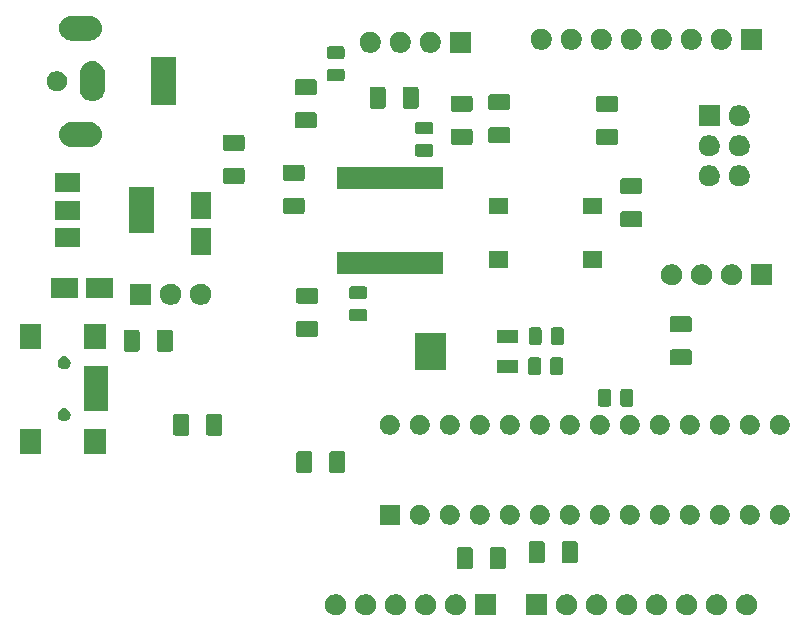
<source format=gbr>
G04 #@! TF.GenerationSoftware,KiCad,Pcbnew,(5.1.5)-3*
G04 #@! TF.CreationDate,2020-06-01T17:25:31+02:00*
G04 #@! TF.ProjectId,aurduino_ng,61757264-7569-46e6-9f5f-6e672e6b6963,rev?*
G04 #@! TF.SameCoordinates,Original*
G04 #@! TF.FileFunction,Soldermask,Top*
G04 #@! TF.FilePolarity,Negative*
%FSLAX46Y46*%
G04 Gerber Fmt 4.6, Leading zero omitted, Abs format (unit mm)*
G04 Created by KiCad (PCBNEW (5.1.5)-3) date 2020-06-01 17:25:31*
%MOMM*%
%LPD*%
G04 APERTURE LIST*
%ADD10C,0.100000*%
G04 APERTURE END LIST*
D10*
G36*
X136765512Y-133723927D02*
G01*
X136914812Y-133753624D01*
X137078784Y-133821544D01*
X137226354Y-133920147D01*
X137351853Y-134045646D01*
X137450456Y-134193216D01*
X137518376Y-134357188D01*
X137553000Y-134531259D01*
X137553000Y-134708741D01*
X137518376Y-134882812D01*
X137450456Y-135046784D01*
X137351853Y-135194354D01*
X137226354Y-135319853D01*
X137078784Y-135418456D01*
X136914812Y-135486376D01*
X136765512Y-135516073D01*
X136740742Y-135521000D01*
X136563258Y-135521000D01*
X136538488Y-135516073D01*
X136389188Y-135486376D01*
X136225216Y-135418456D01*
X136077646Y-135319853D01*
X135952147Y-135194354D01*
X135853544Y-135046784D01*
X135785624Y-134882812D01*
X135751000Y-134708741D01*
X135751000Y-134531259D01*
X135785624Y-134357188D01*
X135853544Y-134193216D01*
X135952147Y-134045646D01*
X136077646Y-133920147D01*
X136225216Y-133821544D01*
X136389188Y-133753624D01*
X136538488Y-133723927D01*
X136563258Y-133719000D01*
X136740742Y-133719000D01*
X136765512Y-133723927D01*
G37*
G36*
X169023512Y-133723927D02*
G01*
X169172812Y-133753624D01*
X169336784Y-133821544D01*
X169484354Y-133920147D01*
X169609853Y-134045646D01*
X169708456Y-134193216D01*
X169776376Y-134357188D01*
X169811000Y-134531259D01*
X169811000Y-134708741D01*
X169776376Y-134882812D01*
X169708456Y-135046784D01*
X169609853Y-135194354D01*
X169484354Y-135319853D01*
X169336784Y-135418456D01*
X169172812Y-135486376D01*
X169023512Y-135516073D01*
X168998742Y-135521000D01*
X168821258Y-135521000D01*
X168796488Y-135516073D01*
X168647188Y-135486376D01*
X168483216Y-135418456D01*
X168335646Y-135319853D01*
X168210147Y-135194354D01*
X168111544Y-135046784D01*
X168043624Y-134882812D01*
X168009000Y-134708741D01*
X168009000Y-134531259D01*
X168043624Y-134357188D01*
X168111544Y-134193216D01*
X168210147Y-134045646D01*
X168335646Y-133920147D01*
X168483216Y-133821544D01*
X168647188Y-133753624D01*
X168796488Y-133723927D01*
X168821258Y-133719000D01*
X168998742Y-133719000D01*
X169023512Y-133723927D01*
G37*
G36*
X154571000Y-135521000D02*
G01*
X152769000Y-135521000D01*
X152769000Y-133719000D01*
X154571000Y-133719000D01*
X154571000Y-135521000D01*
G37*
G36*
X156323512Y-133723927D02*
G01*
X156472812Y-133753624D01*
X156636784Y-133821544D01*
X156784354Y-133920147D01*
X156909853Y-134045646D01*
X157008456Y-134193216D01*
X157076376Y-134357188D01*
X157111000Y-134531259D01*
X157111000Y-134708741D01*
X157076376Y-134882812D01*
X157008456Y-135046784D01*
X156909853Y-135194354D01*
X156784354Y-135319853D01*
X156636784Y-135418456D01*
X156472812Y-135486376D01*
X156323512Y-135516073D01*
X156298742Y-135521000D01*
X156121258Y-135521000D01*
X156096488Y-135516073D01*
X155947188Y-135486376D01*
X155783216Y-135418456D01*
X155635646Y-135319853D01*
X155510147Y-135194354D01*
X155411544Y-135046784D01*
X155343624Y-134882812D01*
X155309000Y-134708741D01*
X155309000Y-134531259D01*
X155343624Y-134357188D01*
X155411544Y-134193216D01*
X155510147Y-134045646D01*
X155635646Y-133920147D01*
X155783216Y-133821544D01*
X155947188Y-133753624D01*
X156096488Y-133723927D01*
X156121258Y-133719000D01*
X156298742Y-133719000D01*
X156323512Y-133723927D01*
G37*
G36*
X158863512Y-133723927D02*
G01*
X159012812Y-133753624D01*
X159176784Y-133821544D01*
X159324354Y-133920147D01*
X159449853Y-134045646D01*
X159548456Y-134193216D01*
X159616376Y-134357188D01*
X159651000Y-134531259D01*
X159651000Y-134708741D01*
X159616376Y-134882812D01*
X159548456Y-135046784D01*
X159449853Y-135194354D01*
X159324354Y-135319853D01*
X159176784Y-135418456D01*
X159012812Y-135486376D01*
X158863512Y-135516073D01*
X158838742Y-135521000D01*
X158661258Y-135521000D01*
X158636488Y-135516073D01*
X158487188Y-135486376D01*
X158323216Y-135418456D01*
X158175646Y-135319853D01*
X158050147Y-135194354D01*
X157951544Y-135046784D01*
X157883624Y-134882812D01*
X157849000Y-134708741D01*
X157849000Y-134531259D01*
X157883624Y-134357188D01*
X157951544Y-134193216D01*
X158050147Y-134045646D01*
X158175646Y-133920147D01*
X158323216Y-133821544D01*
X158487188Y-133753624D01*
X158636488Y-133723927D01*
X158661258Y-133719000D01*
X158838742Y-133719000D01*
X158863512Y-133723927D01*
G37*
G36*
X161403512Y-133723927D02*
G01*
X161552812Y-133753624D01*
X161716784Y-133821544D01*
X161864354Y-133920147D01*
X161989853Y-134045646D01*
X162088456Y-134193216D01*
X162156376Y-134357188D01*
X162191000Y-134531259D01*
X162191000Y-134708741D01*
X162156376Y-134882812D01*
X162088456Y-135046784D01*
X161989853Y-135194354D01*
X161864354Y-135319853D01*
X161716784Y-135418456D01*
X161552812Y-135486376D01*
X161403512Y-135516073D01*
X161378742Y-135521000D01*
X161201258Y-135521000D01*
X161176488Y-135516073D01*
X161027188Y-135486376D01*
X160863216Y-135418456D01*
X160715646Y-135319853D01*
X160590147Y-135194354D01*
X160491544Y-135046784D01*
X160423624Y-134882812D01*
X160389000Y-134708741D01*
X160389000Y-134531259D01*
X160423624Y-134357188D01*
X160491544Y-134193216D01*
X160590147Y-134045646D01*
X160715646Y-133920147D01*
X160863216Y-133821544D01*
X161027188Y-133753624D01*
X161176488Y-133723927D01*
X161201258Y-133719000D01*
X161378742Y-133719000D01*
X161403512Y-133723927D01*
G37*
G36*
X163943512Y-133723927D02*
G01*
X164092812Y-133753624D01*
X164256784Y-133821544D01*
X164404354Y-133920147D01*
X164529853Y-134045646D01*
X164628456Y-134193216D01*
X164696376Y-134357188D01*
X164731000Y-134531259D01*
X164731000Y-134708741D01*
X164696376Y-134882812D01*
X164628456Y-135046784D01*
X164529853Y-135194354D01*
X164404354Y-135319853D01*
X164256784Y-135418456D01*
X164092812Y-135486376D01*
X163943512Y-135516073D01*
X163918742Y-135521000D01*
X163741258Y-135521000D01*
X163716488Y-135516073D01*
X163567188Y-135486376D01*
X163403216Y-135418456D01*
X163255646Y-135319853D01*
X163130147Y-135194354D01*
X163031544Y-135046784D01*
X162963624Y-134882812D01*
X162929000Y-134708741D01*
X162929000Y-134531259D01*
X162963624Y-134357188D01*
X163031544Y-134193216D01*
X163130147Y-134045646D01*
X163255646Y-133920147D01*
X163403216Y-133821544D01*
X163567188Y-133753624D01*
X163716488Y-133723927D01*
X163741258Y-133719000D01*
X163918742Y-133719000D01*
X163943512Y-133723927D01*
G37*
G36*
X166483512Y-133723927D02*
G01*
X166632812Y-133753624D01*
X166796784Y-133821544D01*
X166944354Y-133920147D01*
X167069853Y-134045646D01*
X167168456Y-134193216D01*
X167236376Y-134357188D01*
X167271000Y-134531259D01*
X167271000Y-134708741D01*
X167236376Y-134882812D01*
X167168456Y-135046784D01*
X167069853Y-135194354D01*
X166944354Y-135319853D01*
X166796784Y-135418456D01*
X166632812Y-135486376D01*
X166483512Y-135516073D01*
X166458742Y-135521000D01*
X166281258Y-135521000D01*
X166256488Y-135516073D01*
X166107188Y-135486376D01*
X165943216Y-135418456D01*
X165795646Y-135319853D01*
X165670147Y-135194354D01*
X165571544Y-135046784D01*
X165503624Y-134882812D01*
X165469000Y-134708741D01*
X165469000Y-134531259D01*
X165503624Y-134357188D01*
X165571544Y-134193216D01*
X165670147Y-134045646D01*
X165795646Y-133920147D01*
X165943216Y-133821544D01*
X166107188Y-133753624D01*
X166256488Y-133723927D01*
X166281258Y-133719000D01*
X166458742Y-133719000D01*
X166483512Y-133723927D01*
G37*
G36*
X150253000Y-135521000D02*
G01*
X148451000Y-135521000D01*
X148451000Y-133719000D01*
X150253000Y-133719000D01*
X150253000Y-135521000D01*
G37*
G36*
X146925512Y-133723927D02*
G01*
X147074812Y-133753624D01*
X147238784Y-133821544D01*
X147386354Y-133920147D01*
X147511853Y-134045646D01*
X147610456Y-134193216D01*
X147678376Y-134357188D01*
X147713000Y-134531259D01*
X147713000Y-134708741D01*
X147678376Y-134882812D01*
X147610456Y-135046784D01*
X147511853Y-135194354D01*
X147386354Y-135319853D01*
X147238784Y-135418456D01*
X147074812Y-135486376D01*
X146925512Y-135516073D01*
X146900742Y-135521000D01*
X146723258Y-135521000D01*
X146698488Y-135516073D01*
X146549188Y-135486376D01*
X146385216Y-135418456D01*
X146237646Y-135319853D01*
X146112147Y-135194354D01*
X146013544Y-135046784D01*
X145945624Y-134882812D01*
X145911000Y-134708741D01*
X145911000Y-134531259D01*
X145945624Y-134357188D01*
X146013544Y-134193216D01*
X146112147Y-134045646D01*
X146237646Y-133920147D01*
X146385216Y-133821544D01*
X146549188Y-133753624D01*
X146698488Y-133723927D01*
X146723258Y-133719000D01*
X146900742Y-133719000D01*
X146925512Y-133723927D01*
G37*
G36*
X144385512Y-133723927D02*
G01*
X144534812Y-133753624D01*
X144698784Y-133821544D01*
X144846354Y-133920147D01*
X144971853Y-134045646D01*
X145070456Y-134193216D01*
X145138376Y-134357188D01*
X145173000Y-134531259D01*
X145173000Y-134708741D01*
X145138376Y-134882812D01*
X145070456Y-135046784D01*
X144971853Y-135194354D01*
X144846354Y-135319853D01*
X144698784Y-135418456D01*
X144534812Y-135486376D01*
X144385512Y-135516073D01*
X144360742Y-135521000D01*
X144183258Y-135521000D01*
X144158488Y-135516073D01*
X144009188Y-135486376D01*
X143845216Y-135418456D01*
X143697646Y-135319853D01*
X143572147Y-135194354D01*
X143473544Y-135046784D01*
X143405624Y-134882812D01*
X143371000Y-134708741D01*
X143371000Y-134531259D01*
X143405624Y-134357188D01*
X143473544Y-134193216D01*
X143572147Y-134045646D01*
X143697646Y-133920147D01*
X143845216Y-133821544D01*
X144009188Y-133753624D01*
X144158488Y-133723927D01*
X144183258Y-133719000D01*
X144360742Y-133719000D01*
X144385512Y-133723927D01*
G37*
G36*
X141845512Y-133723927D02*
G01*
X141994812Y-133753624D01*
X142158784Y-133821544D01*
X142306354Y-133920147D01*
X142431853Y-134045646D01*
X142530456Y-134193216D01*
X142598376Y-134357188D01*
X142633000Y-134531259D01*
X142633000Y-134708741D01*
X142598376Y-134882812D01*
X142530456Y-135046784D01*
X142431853Y-135194354D01*
X142306354Y-135319853D01*
X142158784Y-135418456D01*
X141994812Y-135486376D01*
X141845512Y-135516073D01*
X141820742Y-135521000D01*
X141643258Y-135521000D01*
X141618488Y-135516073D01*
X141469188Y-135486376D01*
X141305216Y-135418456D01*
X141157646Y-135319853D01*
X141032147Y-135194354D01*
X140933544Y-135046784D01*
X140865624Y-134882812D01*
X140831000Y-134708741D01*
X140831000Y-134531259D01*
X140865624Y-134357188D01*
X140933544Y-134193216D01*
X141032147Y-134045646D01*
X141157646Y-133920147D01*
X141305216Y-133821544D01*
X141469188Y-133753624D01*
X141618488Y-133723927D01*
X141643258Y-133719000D01*
X141820742Y-133719000D01*
X141845512Y-133723927D01*
G37*
G36*
X139305512Y-133723927D02*
G01*
X139454812Y-133753624D01*
X139618784Y-133821544D01*
X139766354Y-133920147D01*
X139891853Y-134045646D01*
X139990456Y-134193216D01*
X140058376Y-134357188D01*
X140093000Y-134531259D01*
X140093000Y-134708741D01*
X140058376Y-134882812D01*
X139990456Y-135046784D01*
X139891853Y-135194354D01*
X139766354Y-135319853D01*
X139618784Y-135418456D01*
X139454812Y-135486376D01*
X139305512Y-135516073D01*
X139280742Y-135521000D01*
X139103258Y-135521000D01*
X139078488Y-135516073D01*
X138929188Y-135486376D01*
X138765216Y-135418456D01*
X138617646Y-135319853D01*
X138492147Y-135194354D01*
X138393544Y-135046784D01*
X138325624Y-134882812D01*
X138291000Y-134708741D01*
X138291000Y-134531259D01*
X138325624Y-134357188D01*
X138393544Y-134193216D01*
X138492147Y-134045646D01*
X138617646Y-133920147D01*
X138765216Y-133821544D01*
X138929188Y-133753624D01*
X139078488Y-133723927D01*
X139103258Y-133719000D01*
X139280742Y-133719000D01*
X139305512Y-133723927D01*
G37*
G36*
X171563512Y-133723927D02*
G01*
X171712812Y-133753624D01*
X171876784Y-133821544D01*
X172024354Y-133920147D01*
X172149853Y-134045646D01*
X172248456Y-134193216D01*
X172316376Y-134357188D01*
X172351000Y-134531259D01*
X172351000Y-134708741D01*
X172316376Y-134882812D01*
X172248456Y-135046784D01*
X172149853Y-135194354D01*
X172024354Y-135319853D01*
X171876784Y-135418456D01*
X171712812Y-135486376D01*
X171563512Y-135516073D01*
X171538742Y-135521000D01*
X171361258Y-135521000D01*
X171336488Y-135516073D01*
X171187188Y-135486376D01*
X171023216Y-135418456D01*
X170875646Y-135319853D01*
X170750147Y-135194354D01*
X170651544Y-135046784D01*
X170583624Y-134882812D01*
X170549000Y-134708741D01*
X170549000Y-134531259D01*
X170583624Y-134357188D01*
X170651544Y-134193216D01*
X170750147Y-134045646D01*
X170875646Y-133920147D01*
X171023216Y-133821544D01*
X171187188Y-133753624D01*
X171336488Y-133723927D01*
X171361258Y-133719000D01*
X171538742Y-133719000D01*
X171563512Y-133723927D01*
G37*
G36*
X148086604Y-129761347D02*
G01*
X148123144Y-129772432D01*
X148156821Y-129790433D01*
X148186341Y-129814659D01*
X148210567Y-129844179D01*
X148228568Y-129877856D01*
X148239653Y-129914396D01*
X148244000Y-129958538D01*
X148244000Y-131407462D01*
X148239653Y-131451604D01*
X148228568Y-131488144D01*
X148210567Y-131521821D01*
X148186341Y-131551341D01*
X148156821Y-131575567D01*
X148123144Y-131593568D01*
X148086604Y-131604653D01*
X148042462Y-131609000D01*
X147093538Y-131609000D01*
X147049396Y-131604653D01*
X147012856Y-131593568D01*
X146979179Y-131575567D01*
X146949659Y-131551341D01*
X146925433Y-131521821D01*
X146907432Y-131488144D01*
X146896347Y-131451604D01*
X146892000Y-131407462D01*
X146892000Y-129958538D01*
X146896347Y-129914396D01*
X146907432Y-129877856D01*
X146925433Y-129844179D01*
X146949659Y-129814659D01*
X146979179Y-129790433D01*
X147012856Y-129772432D01*
X147049396Y-129761347D01*
X147093538Y-129757000D01*
X148042462Y-129757000D01*
X148086604Y-129761347D01*
G37*
G36*
X150886604Y-129761347D02*
G01*
X150923144Y-129772432D01*
X150956821Y-129790433D01*
X150986341Y-129814659D01*
X151010567Y-129844179D01*
X151028568Y-129877856D01*
X151039653Y-129914396D01*
X151044000Y-129958538D01*
X151044000Y-131407462D01*
X151039653Y-131451604D01*
X151028568Y-131488144D01*
X151010567Y-131521821D01*
X150986341Y-131551341D01*
X150956821Y-131575567D01*
X150923144Y-131593568D01*
X150886604Y-131604653D01*
X150842462Y-131609000D01*
X149893538Y-131609000D01*
X149849396Y-131604653D01*
X149812856Y-131593568D01*
X149779179Y-131575567D01*
X149749659Y-131551341D01*
X149725433Y-131521821D01*
X149707432Y-131488144D01*
X149696347Y-131451604D01*
X149692000Y-131407462D01*
X149692000Y-129958538D01*
X149696347Y-129914396D01*
X149707432Y-129877856D01*
X149725433Y-129844179D01*
X149749659Y-129814659D01*
X149779179Y-129790433D01*
X149812856Y-129772432D01*
X149849396Y-129761347D01*
X149893538Y-129757000D01*
X150842462Y-129757000D01*
X150886604Y-129761347D01*
G37*
G36*
X154182604Y-129253347D02*
G01*
X154219144Y-129264432D01*
X154252821Y-129282433D01*
X154282341Y-129306659D01*
X154306567Y-129336179D01*
X154324568Y-129369856D01*
X154335653Y-129406396D01*
X154340000Y-129450538D01*
X154340000Y-130899462D01*
X154335653Y-130943604D01*
X154324568Y-130980144D01*
X154306567Y-131013821D01*
X154282341Y-131043341D01*
X154252821Y-131067567D01*
X154219144Y-131085568D01*
X154182604Y-131096653D01*
X154138462Y-131101000D01*
X153189538Y-131101000D01*
X153145396Y-131096653D01*
X153108856Y-131085568D01*
X153075179Y-131067567D01*
X153045659Y-131043341D01*
X153021433Y-131013821D01*
X153003432Y-130980144D01*
X152992347Y-130943604D01*
X152988000Y-130899462D01*
X152988000Y-129450538D01*
X152992347Y-129406396D01*
X153003432Y-129369856D01*
X153021433Y-129336179D01*
X153045659Y-129306659D01*
X153075179Y-129282433D01*
X153108856Y-129264432D01*
X153145396Y-129253347D01*
X153189538Y-129249000D01*
X154138462Y-129249000D01*
X154182604Y-129253347D01*
G37*
G36*
X156982604Y-129253347D02*
G01*
X157019144Y-129264432D01*
X157052821Y-129282433D01*
X157082341Y-129306659D01*
X157106567Y-129336179D01*
X157124568Y-129369856D01*
X157135653Y-129406396D01*
X157140000Y-129450538D01*
X157140000Y-130899462D01*
X157135653Y-130943604D01*
X157124568Y-130980144D01*
X157106567Y-131013821D01*
X157082341Y-131043341D01*
X157052821Y-131067567D01*
X157019144Y-131085568D01*
X156982604Y-131096653D01*
X156938462Y-131101000D01*
X155989538Y-131101000D01*
X155945396Y-131096653D01*
X155908856Y-131085568D01*
X155875179Y-131067567D01*
X155845659Y-131043341D01*
X155821433Y-131013821D01*
X155803432Y-130980144D01*
X155792347Y-130943604D01*
X155788000Y-130899462D01*
X155788000Y-129450538D01*
X155792347Y-129406396D01*
X155803432Y-129369856D01*
X155821433Y-129336179D01*
X155845659Y-129306659D01*
X155875179Y-129282433D01*
X155908856Y-129264432D01*
X155945396Y-129253347D01*
X155989538Y-129249000D01*
X156938462Y-129249000D01*
X156982604Y-129253347D01*
G37*
G36*
X159252228Y-126181703D02*
G01*
X159407100Y-126245853D01*
X159546481Y-126338985D01*
X159665015Y-126457519D01*
X159758147Y-126596900D01*
X159822297Y-126751772D01*
X159855000Y-126916184D01*
X159855000Y-127083816D01*
X159822297Y-127248228D01*
X159758147Y-127403100D01*
X159665015Y-127542481D01*
X159546481Y-127661015D01*
X159407100Y-127754147D01*
X159252228Y-127818297D01*
X159087816Y-127851000D01*
X158920184Y-127851000D01*
X158755772Y-127818297D01*
X158600900Y-127754147D01*
X158461519Y-127661015D01*
X158342985Y-127542481D01*
X158249853Y-127403100D01*
X158185703Y-127248228D01*
X158153000Y-127083816D01*
X158153000Y-126916184D01*
X158185703Y-126751772D01*
X158249853Y-126596900D01*
X158342985Y-126457519D01*
X158461519Y-126338985D01*
X158600900Y-126245853D01*
X158755772Y-126181703D01*
X158920184Y-126149000D01*
X159087816Y-126149000D01*
X159252228Y-126181703D01*
G37*
G36*
X169412228Y-126181703D02*
G01*
X169567100Y-126245853D01*
X169706481Y-126338985D01*
X169825015Y-126457519D01*
X169918147Y-126596900D01*
X169982297Y-126751772D01*
X170015000Y-126916184D01*
X170015000Y-127083816D01*
X169982297Y-127248228D01*
X169918147Y-127403100D01*
X169825015Y-127542481D01*
X169706481Y-127661015D01*
X169567100Y-127754147D01*
X169412228Y-127818297D01*
X169247816Y-127851000D01*
X169080184Y-127851000D01*
X168915772Y-127818297D01*
X168760900Y-127754147D01*
X168621519Y-127661015D01*
X168502985Y-127542481D01*
X168409853Y-127403100D01*
X168345703Y-127248228D01*
X168313000Y-127083816D01*
X168313000Y-126916184D01*
X168345703Y-126751772D01*
X168409853Y-126596900D01*
X168502985Y-126457519D01*
X168621519Y-126338985D01*
X168760900Y-126245853D01*
X168915772Y-126181703D01*
X169080184Y-126149000D01*
X169247816Y-126149000D01*
X169412228Y-126181703D01*
G37*
G36*
X171952228Y-126181703D02*
G01*
X172107100Y-126245853D01*
X172246481Y-126338985D01*
X172365015Y-126457519D01*
X172458147Y-126596900D01*
X172522297Y-126751772D01*
X172555000Y-126916184D01*
X172555000Y-127083816D01*
X172522297Y-127248228D01*
X172458147Y-127403100D01*
X172365015Y-127542481D01*
X172246481Y-127661015D01*
X172107100Y-127754147D01*
X171952228Y-127818297D01*
X171787816Y-127851000D01*
X171620184Y-127851000D01*
X171455772Y-127818297D01*
X171300900Y-127754147D01*
X171161519Y-127661015D01*
X171042985Y-127542481D01*
X170949853Y-127403100D01*
X170885703Y-127248228D01*
X170853000Y-127083816D01*
X170853000Y-126916184D01*
X170885703Y-126751772D01*
X170949853Y-126596900D01*
X171042985Y-126457519D01*
X171161519Y-126338985D01*
X171300900Y-126245853D01*
X171455772Y-126181703D01*
X171620184Y-126149000D01*
X171787816Y-126149000D01*
X171952228Y-126181703D01*
G37*
G36*
X174492228Y-126181703D02*
G01*
X174647100Y-126245853D01*
X174786481Y-126338985D01*
X174905015Y-126457519D01*
X174998147Y-126596900D01*
X175062297Y-126751772D01*
X175095000Y-126916184D01*
X175095000Y-127083816D01*
X175062297Y-127248228D01*
X174998147Y-127403100D01*
X174905015Y-127542481D01*
X174786481Y-127661015D01*
X174647100Y-127754147D01*
X174492228Y-127818297D01*
X174327816Y-127851000D01*
X174160184Y-127851000D01*
X173995772Y-127818297D01*
X173840900Y-127754147D01*
X173701519Y-127661015D01*
X173582985Y-127542481D01*
X173489853Y-127403100D01*
X173425703Y-127248228D01*
X173393000Y-127083816D01*
X173393000Y-126916184D01*
X173425703Y-126751772D01*
X173489853Y-126596900D01*
X173582985Y-126457519D01*
X173701519Y-126338985D01*
X173840900Y-126245853D01*
X173995772Y-126181703D01*
X174160184Y-126149000D01*
X174327816Y-126149000D01*
X174492228Y-126181703D01*
G37*
G36*
X154172228Y-126181703D02*
G01*
X154327100Y-126245853D01*
X154466481Y-126338985D01*
X154585015Y-126457519D01*
X154678147Y-126596900D01*
X154742297Y-126751772D01*
X154775000Y-126916184D01*
X154775000Y-127083816D01*
X154742297Y-127248228D01*
X154678147Y-127403100D01*
X154585015Y-127542481D01*
X154466481Y-127661015D01*
X154327100Y-127754147D01*
X154172228Y-127818297D01*
X154007816Y-127851000D01*
X153840184Y-127851000D01*
X153675772Y-127818297D01*
X153520900Y-127754147D01*
X153381519Y-127661015D01*
X153262985Y-127542481D01*
X153169853Y-127403100D01*
X153105703Y-127248228D01*
X153073000Y-127083816D01*
X153073000Y-126916184D01*
X153105703Y-126751772D01*
X153169853Y-126596900D01*
X153262985Y-126457519D01*
X153381519Y-126338985D01*
X153520900Y-126245853D01*
X153675772Y-126181703D01*
X153840184Y-126149000D01*
X154007816Y-126149000D01*
X154172228Y-126181703D01*
G37*
G36*
X156712228Y-126181703D02*
G01*
X156867100Y-126245853D01*
X157006481Y-126338985D01*
X157125015Y-126457519D01*
X157218147Y-126596900D01*
X157282297Y-126751772D01*
X157315000Y-126916184D01*
X157315000Y-127083816D01*
X157282297Y-127248228D01*
X157218147Y-127403100D01*
X157125015Y-127542481D01*
X157006481Y-127661015D01*
X156867100Y-127754147D01*
X156712228Y-127818297D01*
X156547816Y-127851000D01*
X156380184Y-127851000D01*
X156215772Y-127818297D01*
X156060900Y-127754147D01*
X155921519Y-127661015D01*
X155802985Y-127542481D01*
X155709853Y-127403100D01*
X155645703Y-127248228D01*
X155613000Y-127083816D01*
X155613000Y-126916184D01*
X155645703Y-126751772D01*
X155709853Y-126596900D01*
X155802985Y-126457519D01*
X155921519Y-126338985D01*
X156060900Y-126245853D01*
X156215772Y-126181703D01*
X156380184Y-126149000D01*
X156547816Y-126149000D01*
X156712228Y-126181703D01*
G37*
G36*
X161792228Y-126181703D02*
G01*
X161947100Y-126245853D01*
X162086481Y-126338985D01*
X162205015Y-126457519D01*
X162298147Y-126596900D01*
X162362297Y-126751772D01*
X162395000Y-126916184D01*
X162395000Y-127083816D01*
X162362297Y-127248228D01*
X162298147Y-127403100D01*
X162205015Y-127542481D01*
X162086481Y-127661015D01*
X161947100Y-127754147D01*
X161792228Y-127818297D01*
X161627816Y-127851000D01*
X161460184Y-127851000D01*
X161295772Y-127818297D01*
X161140900Y-127754147D01*
X161001519Y-127661015D01*
X160882985Y-127542481D01*
X160789853Y-127403100D01*
X160725703Y-127248228D01*
X160693000Y-127083816D01*
X160693000Y-126916184D01*
X160725703Y-126751772D01*
X160789853Y-126596900D01*
X160882985Y-126457519D01*
X161001519Y-126338985D01*
X161140900Y-126245853D01*
X161295772Y-126181703D01*
X161460184Y-126149000D01*
X161627816Y-126149000D01*
X161792228Y-126181703D01*
G37*
G36*
X164332228Y-126181703D02*
G01*
X164487100Y-126245853D01*
X164626481Y-126338985D01*
X164745015Y-126457519D01*
X164838147Y-126596900D01*
X164902297Y-126751772D01*
X164935000Y-126916184D01*
X164935000Y-127083816D01*
X164902297Y-127248228D01*
X164838147Y-127403100D01*
X164745015Y-127542481D01*
X164626481Y-127661015D01*
X164487100Y-127754147D01*
X164332228Y-127818297D01*
X164167816Y-127851000D01*
X164000184Y-127851000D01*
X163835772Y-127818297D01*
X163680900Y-127754147D01*
X163541519Y-127661015D01*
X163422985Y-127542481D01*
X163329853Y-127403100D01*
X163265703Y-127248228D01*
X163233000Y-127083816D01*
X163233000Y-126916184D01*
X163265703Y-126751772D01*
X163329853Y-126596900D01*
X163422985Y-126457519D01*
X163541519Y-126338985D01*
X163680900Y-126245853D01*
X163835772Y-126181703D01*
X164000184Y-126149000D01*
X164167816Y-126149000D01*
X164332228Y-126181703D01*
G37*
G36*
X166872228Y-126181703D02*
G01*
X167027100Y-126245853D01*
X167166481Y-126338985D01*
X167285015Y-126457519D01*
X167378147Y-126596900D01*
X167442297Y-126751772D01*
X167475000Y-126916184D01*
X167475000Y-127083816D01*
X167442297Y-127248228D01*
X167378147Y-127403100D01*
X167285015Y-127542481D01*
X167166481Y-127661015D01*
X167027100Y-127754147D01*
X166872228Y-127818297D01*
X166707816Y-127851000D01*
X166540184Y-127851000D01*
X166375772Y-127818297D01*
X166220900Y-127754147D01*
X166081519Y-127661015D01*
X165962985Y-127542481D01*
X165869853Y-127403100D01*
X165805703Y-127248228D01*
X165773000Y-127083816D01*
X165773000Y-126916184D01*
X165805703Y-126751772D01*
X165869853Y-126596900D01*
X165962985Y-126457519D01*
X166081519Y-126338985D01*
X166220900Y-126245853D01*
X166375772Y-126181703D01*
X166540184Y-126149000D01*
X166707816Y-126149000D01*
X166872228Y-126181703D01*
G37*
G36*
X142075000Y-127851000D02*
G01*
X140373000Y-127851000D01*
X140373000Y-126149000D01*
X142075000Y-126149000D01*
X142075000Y-127851000D01*
G37*
G36*
X144012228Y-126181703D02*
G01*
X144167100Y-126245853D01*
X144306481Y-126338985D01*
X144425015Y-126457519D01*
X144518147Y-126596900D01*
X144582297Y-126751772D01*
X144615000Y-126916184D01*
X144615000Y-127083816D01*
X144582297Y-127248228D01*
X144518147Y-127403100D01*
X144425015Y-127542481D01*
X144306481Y-127661015D01*
X144167100Y-127754147D01*
X144012228Y-127818297D01*
X143847816Y-127851000D01*
X143680184Y-127851000D01*
X143515772Y-127818297D01*
X143360900Y-127754147D01*
X143221519Y-127661015D01*
X143102985Y-127542481D01*
X143009853Y-127403100D01*
X142945703Y-127248228D01*
X142913000Y-127083816D01*
X142913000Y-126916184D01*
X142945703Y-126751772D01*
X143009853Y-126596900D01*
X143102985Y-126457519D01*
X143221519Y-126338985D01*
X143360900Y-126245853D01*
X143515772Y-126181703D01*
X143680184Y-126149000D01*
X143847816Y-126149000D01*
X144012228Y-126181703D01*
G37*
G36*
X149092228Y-126181703D02*
G01*
X149247100Y-126245853D01*
X149386481Y-126338985D01*
X149505015Y-126457519D01*
X149598147Y-126596900D01*
X149662297Y-126751772D01*
X149695000Y-126916184D01*
X149695000Y-127083816D01*
X149662297Y-127248228D01*
X149598147Y-127403100D01*
X149505015Y-127542481D01*
X149386481Y-127661015D01*
X149247100Y-127754147D01*
X149092228Y-127818297D01*
X148927816Y-127851000D01*
X148760184Y-127851000D01*
X148595772Y-127818297D01*
X148440900Y-127754147D01*
X148301519Y-127661015D01*
X148182985Y-127542481D01*
X148089853Y-127403100D01*
X148025703Y-127248228D01*
X147993000Y-127083816D01*
X147993000Y-126916184D01*
X148025703Y-126751772D01*
X148089853Y-126596900D01*
X148182985Y-126457519D01*
X148301519Y-126338985D01*
X148440900Y-126245853D01*
X148595772Y-126181703D01*
X148760184Y-126149000D01*
X148927816Y-126149000D01*
X149092228Y-126181703D01*
G37*
G36*
X151632228Y-126181703D02*
G01*
X151787100Y-126245853D01*
X151926481Y-126338985D01*
X152045015Y-126457519D01*
X152138147Y-126596900D01*
X152202297Y-126751772D01*
X152235000Y-126916184D01*
X152235000Y-127083816D01*
X152202297Y-127248228D01*
X152138147Y-127403100D01*
X152045015Y-127542481D01*
X151926481Y-127661015D01*
X151787100Y-127754147D01*
X151632228Y-127818297D01*
X151467816Y-127851000D01*
X151300184Y-127851000D01*
X151135772Y-127818297D01*
X150980900Y-127754147D01*
X150841519Y-127661015D01*
X150722985Y-127542481D01*
X150629853Y-127403100D01*
X150565703Y-127248228D01*
X150533000Y-127083816D01*
X150533000Y-126916184D01*
X150565703Y-126751772D01*
X150629853Y-126596900D01*
X150722985Y-126457519D01*
X150841519Y-126338985D01*
X150980900Y-126245853D01*
X151135772Y-126181703D01*
X151300184Y-126149000D01*
X151467816Y-126149000D01*
X151632228Y-126181703D01*
G37*
G36*
X146552228Y-126181703D02*
G01*
X146707100Y-126245853D01*
X146846481Y-126338985D01*
X146965015Y-126457519D01*
X147058147Y-126596900D01*
X147122297Y-126751772D01*
X147155000Y-126916184D01*
X147155000Y-127083816D01*
X147122297Y-127248228D01*
X147058147Y-127403100D01*
X146965015Y-127542481D01*
X146846481Y-127661015D01*
X146707100Y-127754147D01*
X146552228Y-127818297D01*
X146387816Y-127851000D01*
X146220184Y-127851000D01*
X146055772Y-127818297D01*
X145900900Y-127754147D01*
X145761519Y-127661015D01*
X145642985Y-127542481D01*
X145549853Y-127403100D01*
X145485703Y-127248228D01*
X145453000Y-127083816D01*
X145453000Y-126916184D01*
X145485703Y-126751772D01*
X145549853Y-126596900D01*
X145642985Y-126457519D01*
X145761519Y-126338985D01*
X145900900Y-126245853D01*
X146055772Y-126181703D01*
X146220184Y-126149000D01*
X146387816Y-126149000D01*
X146552228Y-126181703D01*
G37*
G36*
X134497604Y-121633347D02*
G01*
X134534144Y-121644432D01*
X134567821Y-121662433D01*
X134597341Y-121686659D01*
X134621567Y-121716179D01*
X134639568Y-121749856D01*
X134650653Y-121786396D01*
X134655000Y-121830538D01*
X134655000Y-123279462D01*
X134650653Y-123323604D01*
X134639568Y-123360144D01*
X134621567Y-123393821D01*
X134597341Y-123423341D01*
X134567821Y-123447567D01*
X134534144Y-123465568D01*
X134497604Y-123476653D01*
X134453462Y-123481000D01*
X133504538Y-123481000D01*
X133460396Y-123476653D01*
X133423856Y-123465568D01*
X133390179Y-123447567D01*
X133360659Y-123423341D01*
X133336433Y-123393821D01*
X133318432Y-123360144D01*
X133307347Y-123323604D01*
X133303000Y-123279462D01*
X133303000Y-121830538D01*
X133307347Y-121786396D01*
X133318432Y-121749856D01*
X133336433Y-121716179D01*
X133360659Y-121686659D01*
X133390179Y-121662433D01*
X133423856Y-121644432D01*
X133460396Y-121633347D01*
X133504538Y-121629000D01*
X134453462Y-121629000D01*
X134497604Y-121633347D01*
G37*
G36*
X137297604Y-121633347D02*
G01*
X137334144Y-121644432D01*
X137367821Y-121662433D01*
X137397341Y-121686659D01*
X137421567Y-121716179D01*
X137439568Y-121749856D01*
X137450653Y-121786396D01*
X137455000Y-121830538D01*
X137455000Y-123279462D01*
X137450653Y-123323604D01*
X137439568Y-123360144D01*
X137421567Y-123393821D01*
X137397341Y-123423341D01*
X137367821Y-123447567D01*
X137334144Y-123465568D01*
X137297604Y-123476653D01*
X137253462Y-123481000D01*
X136304538Y-123481000D01*
X136260396Y-123476653D01*
X136223856Y-123465568D01*
X136190179Y-123447567D01*
X136160659Y-123423341D01*
X136136433Y-123393821D01*
X136118432Y-123360144D01*
X136107347Y-123323604D01*
X136103000Y-123279462D01*
X136103000Y-121830538D01*
X136107347Y-121786396D01*
X136118432Y-121749856D01*
X136136433Y-121716179D01*
X136160659Y-121686659D01*
X136190179Y-121662433D01*
X136223856Y-121644432D01*
X136260396Y-121633347D01*
X136304538Y-121629000D01*
X137253462Y-121629000D01*
X137297604Y-121633347D01*
G37*
G36*
X111716000Y-121833000D02*
G01*
X109914000Y-121833000D01*
X109914000Y-119731000D01*
X111716000Y-119731000D01*
X111716000Y-121833000D01*
G37*
G36*
X117166000Y-121833000D02*
G01*
X115364000Y-121833000D01*
X115364000Y-119731000D01*
X117166000Y-119731000D01*
X117166000Y-121833000D01*
G37*
G36*
X126883604Y-118458347D02*
G01*
X126920144Y-118469432D01*
X126953821Y-118487433D01*
X126983341Y-118511659D01*
X127007567Y-118541179D01*
X127025568Y-118574856D01*
X127036653Y-118611396D01*
X127041000Y-118655538D01*
X127041000Y-120104462D01*
X127036653Y-120148604D01*
X127025568Y-120185144D01*
X127007567Y-120218821D01*
X126983341Y-120248341D01*
X126953821Y-120272567D01*
X126920144Y-120290568D01*
X126883604Y-120301653D01*
X126839462Y-120306000D01*
X125890538Y-120306000D01*
X125846396Y-120301653D01*
X125809856Y-120290568D01*
X125776179Y-120272567D01*
X125746659Y-120248341D01*
X125722433Y-120218821D01*
X125704432Y-120185144D01*
X125693347Y-120148604D01*
X125689000Y-120104462D01*
X125689000Y-118655538D01*
X125693347Y-118611396D01*
X125704432Y-118574856D01*
X125722433Y-118541179D01*
X125746659Y-118511659D01*
X125776179Y-118487433D01*
X125809856Y-118469432D01*
X125846396Y-118458347D01*
X125890538Y-118454000D01*
X126839462Y-118454000D01*
X126883604Y-118458347D01*
G37*
G36*
X124083604Y-118458347D02*
G01*
X124120144Y-118469432D01*
X124153821Y-118487433D01*
X124183341Y-118511659D01*
X124207567Y-118541179D01*
X124225568Y-118574856D01*
X124236653Y-118611396D01*
X124241000Y-118655538D01*
X124241000Y-120104462D01*
X124236653Y-120148604D01*
X124225568Y-120185144D01*
X124207567Y-120218821D01*
X124183341Y-120248341D01*
X124153821Y-120272567D01*
X124120144Y-120290568D01*
X124083604Y-120301653D01*
X124039462Y-120306000D01*
X123090538Y-120306000D01*
X123046396Y-120301653D01*
X123009856Y-120290568D01*
X122976179Y-120272567D01*
X122946659Y-120248341D01*
X122922433Y-120218821D01*
X122904432Y-120185144D01*
X122893347Y-120148604D01*
X122889000Y-120104462D01*
X122889000Y-118655538D01*
X122893347Y-118611396D01*
X122904432Y-118574856D01*
X122922433Y-118541179D01*
X122946659Y-118511659D01*
X122976179Y-118487433D01*
X123009856Y-118469432D01*
X123046396Y-118458347D01*
X123090538Y-118454000D01*
X124039462Y-118454000D01*
X124083604Y-118458347D01*
G37*
G36*
X154172228Y-118561703D02*
G01*
X154327100Y-118625853D01*
X154466481Y-118718985D01*
X154585015Y-118837519D01*
X154678147Y-118976900D01*
X154742297Y-119131772D01*
X154775000Y-119296184D01*
X154775000Y-119463816D01*
X154742297Y-119628228D01*
X154678147Y-119783100D01*
X154585015Y-119922481D01*
X154466481Y-120041015D01*
X154327100Y-120134147D01*
X154172228Y-120198297D01*
X154007816Y-120231000D01*
X153840184Y-120231000D01*
X153675772Y-120198297D01*
X153520900Y-120134147D01*
X153381519Y-120041015D01*
X153262985Y-119922481D01*
X153169853Y-119783100D01*
X153105703Y-119628228D01*
X153073000Y-119463816D01*
X153073000Y-119296184D01*
X153105703Y-119131772D01*
X153169853Y-118976900D01*
X153262985Y-118837519D01*
X153381519Y-118718985D01*
X153520900Y-118625853D01*
X153675772Y-118561703D01*
X153840184Y-118529000D01*
X154007816Y-118529000D01*
X154172228Y-118561703D01*
G37*
G36*
X169412228Y-118561703D02*
G01*
X169567100Y-118625853D01*
X169706481Y-118718985D01*
X169825015Y-118837519D01*
X169918147Y-118976900D01*
X169982297Y-119131772D01*
X170015000Y-119296184D01*
X170015000Y-119463816D01*
X169982297Y-119628228D01*
X169918147Y-119783100D01*
X169825015Y-119922481D01*
X169706481Y-120041015D01*
X169567100Y-120134147D01*
X169412228Y-120198297D01*
X169247816Y-120231000D01*
X169080184Y-120231000D01*
X168915772Y-120198297D01*
X168760900Y-120134147D01*
X168621519Y-120041015D01*
X168502985Y-119922481D01*
X168409853Y-119783100D01*
X168345703Y-119628228D01*
X168313000Y-119463816D01*
X168313000Y-119296184D01*
X168345703Y-119131772D01*
X168409853Y-118976900D01*
X168502985Y-118837519D01*
X168621519Y-118718985D01*
X168760900Y-118625853D01*
X168915772Y-118561703D01*
X169080184Y-118529000D01*
X169247816Y-118529000D01*
X169412228Y-118561703D01*
G37*
G36*
X156712228Y-118561703D02*
G01*
X156867100Y-118625853D01*
X157006481Y-118718985D01*
X157125015Y-118837519D01*
X157218147Y-118976900D01*
X157282297Y-119131772D01*
X157315000Y-119296184D01*
X157315000Y-119463816D01*
X157282297Y-119628228D01*
X157218147Y-119783100D01*
X157125015Y-119922481D01*
X157006481Y-120041015D01*
X156867100Y-120134147D01*
X156712228Y-120198297D01*
X156547816Y-120231000D01*
X156380184Y-120231000D01*
X156215772Y-120198297D01*
X156060900Y-120134147D01*
X155921519Y-120041015D01*
X155802985Y-119922481D01*
X155709853Y-119783100D01*
X155645703Y-119628228D01*
X155613000Y-119463816D01*
X155613000Y-119296184D01*
X155645703Y-119131772D01*
X155709853Y-118976900D01*
X155802985Y-118837519D01*
X155921519Y-118718985D01*
X156060900Y-118625853D01*
X156215772Y-118561703D01*
X156380184Y-118529000D01*
X156547816Y-118529000D01*
X156712228Y-118561703D01*
G37*
G36*
X166872228Y-118561703D02*
G01*
X167027100Y-118625853D01*
X167166481Y-118718985D01*
X167285015Y-118837519D01*
X167378147Y-118976900D01*
X167442297Y-119131772D01*
X167475000Y-119296184D01*
X167475000Y-119463816D01*
X167442297Y-119628228D01*
X167378147Y-119783100D01*
X167285015Y-119922481D01*
X167166481Y-120041015D01*
X167027100Y-120134147D01*
X166872228Y-120198297D01*
X166707816Y-120231000D01*
X166540184Y-120231000D01*
X166375772Y-120198297D01*
X166220900Y-120134147D01*
X166081519Y-120041015D01*
X165962985Y-119922481D01*
X165869853Y-119783100D01*
X165805703Y-119628228D01*
X165773000Y-119463816D01*
X165773000Y-119296184D01*
X165805703Y-119131772D01*
X165869853Y-118976900D01*
X165962985Y-118837519D01*
X166081519Y-118718985D01*
X166220900Y-118625853D01*
X166375772Y-118561703D01*
X166540184Y-118529000D01*
X166707816Y-118529000D01*
X166872228Y-118561703D01*
G37*
G36*
X159252228Y-118561703D02*
G01*
X159407100Y-118625853D01*
X159546481Y-118718985D01*
X159665015Y-118837519D01*
X159758147Y-118976900D01*
X159822297Y-119131772D01*
X159855000Y-119296184D01*
X159855000Y-119463816D01*
X159822297Y-119628228D01*
X159758147Y-119783100D01*
X159665015Y-119922481D01*
X159546481Y-120041015D01*
X159407100Y-120134147D01*
X159252228Y-120198297D01*
X159087816Y-120231000D01*
X158920184Y-120231000D01*
X158755772Y-120198297D01*
X158600900Y-120134147D01*
X158461519Y-120041015D01*
X158342985Y-119922481D01*
X158249853Y-119783100D01*
X158185703Y-119628228D01*
X158153000Y-119463816D01*
X158153000Y-119296184D01*
X158185703Y-119131772D01*
X158249853Y-118976900D01*
X158342985Y-118837519D01*
X158461519Y-118718985D01*
X158600900Y-118625853D01*
X158755772Y-118561703D01*
X158920184Y-118529000D01*
X159087816Y-118529000D01*
X159252228Y-118561703D01*
G37*
G36*
X164332228Y-118561703D02*
G01*
X164487100Y-118625853D01*
X164626481Y-118718985D01*
X164745015Y-118837519D01*
X164838147Y-118976900D01*
X164902297Y-119131772D01*
X164935000Y-119296184D01*
X164935000Y-119463816D01*
X164902297Y-119628228D01*
X164838147Y-119783100D01*
X164745015Y-119922481D01*
X164626481Y-120041015D01*
X164487100Y-120134147D01*
X164332228Y-120198297D01*
X164167816Y-120231000D01*
X164000184Y-120231000D01*
X163835772Y-120198297D01*
X163680900Y-120134147D01*
X163541519Y-120041015D01*
X163422985Y-119922481D01*
X163329853Y-119783100D01*
X163265703Y-119628228D01*
X163233000Y-119463816D01*
X163233000Y-119296184D01*
X163265703Y-119131772D01*
X163329853Y-118976900D01*
X163422985Y-118837519D01*
X163541519Y-118718985D01*
X163680900Y-118625853D01*
X163835772Y-118561703D01*
X164000184Y-118529000D01*
X164167816Y-118529000D01*
X164332228Y-118561703D01*
G37*
G36*
X141472228Y-118561703D02*
G01*
X141627100Y-118625853D01*
X141766481Y-118718985D01*
X141885015Y-118837519D01*
X141978147Y-118976900D01*
X142042297Y-119131772D01*
X142075000Y-119296184D01*
X142075000Y-119463816D01*
X142042297Y-119628228D01*
X141978147Y-119783100D01*
X141885015Y-119922481D01*
X141766481Y-120041015D01*
X141627100Y-120134147D01*
X141472228Y-120198297D01*
X141307816Y-120231000D01*
X141140184Y-120231000D01*
X140975772Y-120198297D01*
X140820900Y-120134147D01*
X140681519Y-120041015D01*
X140562985Y-119922481D01*
X140469853Y-119783100D01*
X140405703Y-119628228D01*
X140373000Y-119463816D01*
X140373000Y-119296184D01*
X140405703Y-119131772D01*
X140469853Y-118976900D01*
X140562985Y-118837519D01*
X140681519Y-118718985D01*
X140820900Y-118625853D01*
X140975772Y-118561703D01*
X141140184Y-118529000D01*
X141307816Y-118529000D01*
X141472228Y-118561703D01*
G37*
G36*
X161792228Y-118561703D02*
G01*
X161947100Y-118625853D01*
X162086481Y-118718985D01*
X162205015Y-118837519D01*
X162298147Y-118976900D01*
X162362297Y-119131772D01*
X162395000Y-119296184D01*
X162395000Y-119463816D01*
X162362297Y-119628228D01*
X162298147Y-119783100D01*
X162205015Y-119922481D01*
X162086481Y-120041015D01*
X161947100Y-120134147D01*
X161792228Y-120198297D01*
X161627816Y-120231000D01*
X161460184Y-120231000D01*
X161295772Y-120198297D01*
X161140900Y-120134147D01*
X161001519Y-120041015D01*
X160882985Y-119922481D01*
X160789853Y-119783100D01*
X160725703Y-119628228D01*
X160693000Y-119463816D01*
X160693000Y-119296184D01*
X160725703Y-119131772D01*
X160789853Y-118976900D01*
X160882985Y-118837519D01*
X161001519Y-118718985D01*
X161140900Y-118625853D01*
X161295772Y-118561703D01*
X161460184Y-118529000D01*
X161627816Y-118529000D01*
X161792228Y-118561703D01*
G37*
G36*
X174492228Y-118561703D02*
G01*
X174647100Y-118625853D01*
X174786481Y-118718985D01*
X174905015Y-118837519D01*
X174998147Y-118976900D01*
X175062297Y-119131772D01*
X175095000Y-119296184D01*
X175095000Y-119463816D01*
X175062297Y-119628228D01*
X174998147Y-119783100D01*
X174905015Y-119922481D01*
X174786481Y-120041015D01*
X174647100Y-120134147D01*
X174492228Y-120198297D01*
X174327816Y-120231000D01*
X174160184Y-120231000D01*
X173995772Y-120198297D01*
X173840900Y-120134147D01*
X173701519Y-120041015D01*
X173582985Y-119922481D01*
X173489853Y-119783100D01*
X173425703Y-119628228D01*
X173393000Y-119463816D01*
X173393000Y-119296184D01*
X173425703Y-119131772D01*
X173489853Y-118976900D01*
X173582985Y-118837519D01*
X173701519Y-118718985D01*
X173840900Y-118625853D01*
X173995772Y-118561703D01*
X174160184Y-118529000D01*
X174327816Y-118529000D01*
X174492228Y-118561703D01*
G37*
G36*
X146552228Y-118561703D02*
G01*
X146707100Y-118625853D01*
X146846481Y-118718985D01*
X146965015Y-118837519D01*
X147058147Y-118976900D01*
X147122297Y-119131772D01*
X147155000Y-119296184D01*
X147155000Y-119463816D01*
X147122297Y-119628228D01*
X147058147Y-119783100D01*
X146965015Y-119922481D01*
X146846481Y-120041015D01*
X146707100Y-120134147D01*
X146552228Y-120198297D01*
X146387816Y-120231000D01*
X146220184Y-120231000D01*
X146055772Y-120198297D01*
X145900900Y-120134147D01*
X145761519Y-120041015D01*
X145642985Y-119922481D01*
X145549853Y-119783100D01*
X145485703Y-119628228D01*
X145453000Y-119463816D01*
X145453000Y-119296184D01*
X145485703Y-119131772D01*
X145549853Y-118976900D01*
X145642985Y-118837519D01*
X145761519Y-118718985D01*
X145900900Y-118625853D01*
X146055772Y-118561703D01*
X146220184Y-118529000D01*
X146387816Y-118529000D01*
X146552228Y-118561703D01*
G37*
G36*
X144012228Y-118561703D02*
G01*
X144167100Y-118625853D01*
X144306481Y-118718985D01*
X144425015Y-118837519D01*
X144518147Y-118976900D01*
X144582297Y-119131772D01*
X144615000Y-119296184D01*
X144615000Y-119463816D01*
X144582297Y-119628228D01*
X144518147Y-119783100D01*
X144425015Y-119922481D01*
X144306481Y-120041015D01*
X144167100Y-120134147D01*
X144012228Y-120198297D01*
X143847816Y-120231000D01*
X143680184Y-120231000D01*
X143515772Y-120198297D01*
X143360900Y-120134147D01*
X143221519Y-120041015D01*
X143102985Y-119922481D01*
X143009853Y-119783100D01*
X142945703Y-119628228D01*
X142913000Y-119463816D01*
X142913000Y-119296184D01*
X142945703Y-119131772D01*
X143009853Y-118976900D01*
X143102985Y-118837519D01*
X143221519Y-118718985D01*
X143360900Y-118625853D01*
X143515772Y-118561703D01*
X143680184Y-118529000D01*
X143847816Y-118529000D01*
X144012228Y-118561703D01*
G37*
G36*
X149092228Y-118561703D02*
G01*
X149247100Y-118625853D01*
X149386481Y-118718985D01*
X149505015Y-118837519D01*
X149598147Y-118976900D01*
X149662297Y-119131772D01*
X149695000Y-119296184D01*
X149695000Y-119463816D01*
X149662297Y-119628228D01*
X149598147Y-119783100D01*
X149505015Y-119922481D01*
X149386481Y-120041015D01*
X149247100Y-120134147D01*
X149092228Y-120198297D01*
X148927816Y-120231000D01*
X148760184Y-120231000D01*
X148595772Y-120198297D01*
X148440900Y-120134147D01*
X148301519Y-120041015D01*
X148182985Y-119922481D01*
X148089853Y-119783100D01*
X148025703Y-119628228D01*
X147993000Y-119463816D01*
X147993000Y-119296184D01*
X148025703Y-119131772D01*
X148089853Y-118976900D01*
X148182985Y-118837519D01*
X148301519Y-118718985D01*
X148440900Y-118625853D01*
X148595772Y-118561703D01*
X148760184Y-118529000D01*
X148927816Y-118529000D01*
X149092228Y-118561703D01*
G37*
G36*
X151632228Y-118561703D02*
G01*
X151787100Y-118625853D01*
X151926481Y-118718985D01*
X152045015Y-118837519D01*
X152138147Y-118976900D01*
X152202297Y-119131772D01*
X152235000Y-119296184D01*
X152235000Y-119463816D01*
X152202297Y-119628228D01*
X152138147Y-119783100D01*
X152045015Y-119922481D01*
X151926481Y-120041015D01*
X151787100Y-120134147D01*
X151632228Y-120198297D01*
X151467816Y-120231000D01*
X151300184Y-120231000D01*
X151135772Y-120198297D01*
X150980900Y-120134147D01*
X150841519Y-120041015D01*
X150722985Y-119922481D01*
X150629853Y-119783100D01*
X150565703Y-119628228D01*
X150533000Y-119463816D01*
X150533000Y-119296184D01*
X150565703Y-119131772D01*
X150629853Y-118976900D01*
X150722985Y-118837519D01*
X150841519Y-118718985D01*
X150980900Y-118625853D01*
X151135772Y-118561703D01*
X151300184Y-118529000D01*
X151467816Y-118529000D01*
X151632228Y-118561703D01*
G37*
G36*
X171952228Y-118561703D02*
G01*
X172107100Y-118625853D01*
X172246481Y-118718985D01*
X172365015Y-118837519D01*
X172458147Y-118976900D01*
X172522297Y-119131772D01*
X172555000Y-119296184D01*
X172555000Y-119463816D01*
X172522297Y-119628228D01*
X172458147Y-119783100D01*
X172365015Y-119922481D01*
X172246481Y-120041015D01*
X172107100Y-120134147D01*
X171952228Y-120198297D01*
X171787816Y-120231000D01*
X171620184Y-120231000D01*
X171455772Y-120198297D01*
X171300900Y-120134147D01*
X171161519Y-120041015D01*
X171042985Y-119922481D01*
X170949853Y-119783100D01*
X170885703Y-119628228D01*
X170853000Y-119463816D01*
X170853000Y-119296184D01*
X170885703Y-119131772D01*
X170949853Y-118976900D01*
X171042985Y-118837519D01*
X171161519Y-118718985D01*
X171300900Y-118625853D01*
X171455772Y-118561703D01*
X171620184Y-118529000D01*
X171787816Y-118529000D01*
X171952228Y-118561703D01*
G37*
G36*
X113825721Y-118002174D02*
G01*
X113925995Y-118043709D01*
X113925996Y-118043710D01*
X114016242Y-118104010D01*
X114092990Y-118180758D01*
X114092991Y-118180760D01*
X114153291Y-118271005D01*
X114194826Y-118371279D01*
X114216000Y-118477730D01*
X114216000Y-118586270D01*
X114194826Y-118692721D01*
X114153291Y-118792995D01*
X114153290Y-118792996D01*
X114092990Y-118883242D01*
X114016242Y-118959990D01*
X113970812Y-118990345D01*
X113925995Y-119020291D01*
X113825721Y-119061826D01*
X113719270Y-119083000D01*
X113610730Y-119083000D01*
X113504279Y-119061826D01*
X113404005Y-119020291D01*
X113359188Y-118990345D01*
X113313758Y-118959990D01*
X113237010Y-118883242D01*
X113176710Y-118792996D01*
X113176709Y-118792995D01*
X113135174Y-118692721D01*
X113114000Y-118586270D01*
X113114000Y-118477730D01*
X113135174Y-118371279D01*
X113176709Y-118271005D01*
X113237009Y-118180760D01*
X113237010Y-118180758D01*
X113313758Y-118104010D01*
X113404004Y-118043710D01*
X113404005Y-118043709D01*
X113504279Y-118002174D01*
X113610730Y-117981000D01*
X113719270Y-117981000D01*
X113825721Y-118002174D01*
G37*
G36*
X117416000Y-118233000D02*
G01*
X115314000Y-118233000D01*
X115314000Y-114431000D01*
X117416000Y-114431000D01*
X117416000Y-118233000D01*
G37*
G36*
X161661968Y-116347565D02*
G01*
X161700638Y-116359296D01*
X161736277Y-116378346D01*
X161767517Y-116403983D01*
X161793154Y-116435223D01*
X161812204Y-116470862D01*
X161823935Y-116509532D01*
X161828500Y-116555888D01*
X161828500Y-117632112D01*
X161823935Y-117678468D01*
X161812204Y-117717138D01*
X161793154Y-117752777D01*
X161767517Y-117784017D01*
X161736277Y-117809654D01*
X161700638Y-117828704D01*
X161661968Y-117840435D01*
X161615612Y-117845000D01*
X160964388Y-117845000D01*
X160918032Y-117840435D01*
X160879362Y-117828704D01*
X160843723Y-117809654D01*
X160812483Y-117784017D01*
X160786846Y-117752777D01*
X160767796Y-117717138D01*
X160756065Y-117678468D01*
X160751500Y-117632112D01*
X160751500Y-116555888D01*
X160756065Y-116509532D01*
X160767796Y-116470862D01*
X160786846Y-116435223D01*
X160812483Y-116403983D01*
X160843723Y-116378346D01*
X160879362Y-116359296D01*
X160918032Y-116347565D01*
X160964388Y-116343000D01*
X161615612Y-116343000D01*
X161661968Y-116347565D01*
G37*
G36*
X159786968Y-116347565D02*
G01*
X159825638Y-116359296D01*
X159861277Y-116378346D01*
X159892517Y-116403983D01*
X159918154Y-116435223D01*
X159937204Y-116470862D01*
X159948935Y-116509532D01*
X159953500Y-116555888D01*
X159953500Y-117632112D01*
X159948935Y-117678468D01*
X159937204Y-117717138D01*
X159918154Y-117752777D01*
X159892517Y-117784017D01*
X159861277Y-117809654D01*
X159825638Y-117828704D01*
X159786968Y-117840435D01*
X159740612Y-117845000D01*
X159089388Y-117845000D01*
X159043032Y-117840435D01*
X159004362Y-117828704D01*
X158968723Y-117809654D01*
X158937483Y-117784017D01*
X158911846Y-117752777D01*
X158892796Y-117717138D01*
X158881065Y-117678468D01*
X158876500Y-117632112D01*
X158876500Y-116555888D01*
X158881065Y-116509532D01*
X158892796Y-116470862D01*
X158911846Y-116435223D01*
X158937483Y-116403983D01*
X158968723Y-116378346D01*
X159004362Y-116359296D01*
X159043032Y-116347565D01*
X159089388Y-116343000D01*
X159740612Y-116343000D01*
X159786968Y-116347565D01*
G37*
G36*
X155741468Y-113680565D02*
G01*
X155780138Y-113692296D01*
X155815777Y-113711346D01*
X155847017Y-113736983D01*
X155872654Y-113768223D01*
X155891704Y-113803862D01*
X155903435Y-113842532D01*
X155908000Y-113888888D01*
X155908000Y-114965112D01*
X155903435Y-115011468D01*
X155891704Y-115050138D01*
X155872654Y-115085777D01*
X155847017Y-115117017D01*
X155815777Y-115142654D01*
X155780138Y-115161704D01*
X155741468Y-115173435D01*
X155695112Y-115178000D01*
X155043888Y-115178000D01*
X154997532Y-115173435D01*
X154958862Y-115161704D01*
X154923223Y-115142654D01*
X154891983Y-115117017D01*
X154866346Y-115085777D01*
X154847296Y-115050138D01*
X154835565Y-115011468D01*
X154831000Y-114965112D01*
X154831000Y-113888888D01*
X154835565Y-113842532D01*
X154847296Y-113803862D01*
X154866346Y-113768223D01*
X154891983Y-113736983D01*
X154923223Y-113711346D01*
X154958862Y-113692296D01*
X154997532Y-113680565D01*
X155043888Y-113676000D01*
X155695112Y-113676000D01*
X155741468Y-113680565D01*
G37*
G36*
X153866468Y-113680565D02*
G01*
X153905138Y-113692296D01*
X153940777Y-113711346D01*
X153972017Y-113736983D01*
X153997654Y-113768223D01*
X154016704Y-113803862D01*
X154028435Y-113842532D01*
X154033000Y-113888888D01*
X154033000Y-114965112D01*
X154028435Y-115011468D01*
X154016704Y-115050138D01*
X153997654Y-115085777D01*
X153972017Y-115117017D01*
X153940777Y-115142654D01*
X153905138Y-115161704D01*
X153866468Y-115173435D01*
X153820112Y-115178000D01*
X153168888Y-115178000D01*
X153122532Y-115173435D01*
X153083862Y-115161704D01*
X153048223Y-115142654D01*
X153016983Y-115117017D01*
X152991346Y-115085777D01*
X152972296Y-115050138D01*
X152960565Y-115011468D01*
X152956000Y-114965112D01*
X152956000Y-113888888D01*
X152960565Y-113842532D01*
X152972296Y-113803862D01*
X152991346Y-113768223D01*
X153016983Y-113736983D01*
X153048223Y-113711346D01*
X153083862Y-113692296D01*
X153122532Y-113680565D01*
X153168888Y-113676000D01*
X153820112Y-113676000D01*
X153866468Y-113680565D01*
G37*
G36*
X152054000Y-114978000D02*
G01*
X150352000Y-114978000D01*
X150352000Y-113876000D01*
X152054000Y-113876000D01*
X152054000Y-114978000D01*
G37*
G36*
X145954000Y-114708000D02*
G01*
X143352000Y-114708000D01*
X143352000Y-111606000D01*
X145954000Y-111606000D01*
X145954000Y-114708000D01*
G37*
G36*
X113825721Y-113602174D02*
G01*
X113925995Y-113643709D01*
X113925996Y-113643710D01*
X114016242Y-113704010D01*
X114092990Y-113780758D01*
X114092991Y-113780760D01*
X114153291Y-113871005D01*
X114194826Y-113971279D01*
X114216000Y-114077730D01*
X114216000Y-114186270D01*
X114194826Y-114292721D01*
X114153291Y-114392995D01*
X114153290Y-114392996D01*
X114092990Y-114483242D01*
X114016242Y-114559990D01*
X113970812Y-114590345D01*
X113925995Y-114620291D01*
X113825721Y-114661826D01*
X113719270Y-114683000D01*
X113610730Y-114683000D01*
X113504279Y-114661826D01*
X113404005Y-114620291D01*
X113359188Y-114590345D01*
X113313758Y-114559990D01*
X113237010Y-114483242D01*
X113176710Y-114392996D01*
X113176709Y-114392995D01*
X113135174Y-114292721D01*
X113114000Y-114186270D01*
X113114000Y-114077730D01*
X113135174Y-113971279D01*
X113176709Y-113871005D01*
X113237009Y-113780760D01*
X113237010Y-113780758D01*
X113313758Y-113704010D01*
X113404004Y-113643710D01*
X113404005Y-113643709D01*
X113504279Y-113602174D01*
X113610730Y-113581000D01*
X113719270Y-113581000D01*
X113825721Y-113602174D01*
G37*
G36*
X166630604Y-112999347D02*
G01*
X166667144Y-113010432D01*
X166700821Y-113028433D01*
X166730341Y-113052659D01*
X166754567Y-113082179D01*
X166772568Y-113115856D01*
X166783653Y-113152396D01*
X166788000Y-113196538D01*
X166788000Y-114145462D01*
X166783653Y-114189604D01*
X166772568Y-114226144D01*
X166754567Y-114259821D01*
X166730341Y-114289341D01*
X166700821Y-114313567D01*
X166667144Y-114331568D01*
X166630604Y-114342653D01*
X166586462Y-114347000D01*
X165137538Y-114347000D01*
X165093396Y-114342653D01*
X165056856Y-114331568D01*
X165023179Y-114313567D01*
X164993659Y-114289341D01*
X164969433Y-114259821D01*
X164951432Y-114226144D01*
X164940347Y-114189604D01*
X164936000Y-114145462D01*
X164936000Y-113196538D01*
X164940347Y-113152396D01*
X164951432Y-113115856D01*
X164969433Y-113082179D01*
X164993659Y-113052659D01*
X165023179Y-113028433D01*
X165056856Y-113010432D01*
X165093396Y-112999347D01*
X165137538Y-112995000D01*
X166586462Y-112995000D01*
X166630604Y-112999347D01*
G37*
G36*
X119898604Y-111346347D02*
G01*
X119935144Y-111357432D01*
X119968821Y-111375433D01*
X119998341Y-111399659D01*
X120022567Y-111429179D01*
X120040568Y-111462856D01*
X120051653Y-111499396D01*
X120056000Y-111543538D01*
X120056000Y-112992462D01*
X120051653Y-113036604D01*
X120040568Y-113073144D01*
X120022567Y-113106821D01*
X119998341Y-113136341D01*
X119968821Y-113160567D01*
X119935144Y-113178568D01*
X119898604Y-113189653D01*
X119854462Y-113194000D01*
X118905538Y-113194000D01*
X118861396Y-113189653D01*
X118824856Y-113178568D01*
X118791179Y-113160567D01*
X118761659Y-113136341D01*
X118737433Y-113106821D01*
X118719432Y-113073144D01*
X118708347Y-113036604D01*
X118704000Y-112992462D01*
X118704000Y-111543538D01*
X118708347Y-111499396D01*
X118719432Y-111462856D01*
X118737433Y-111429179D01*
X118761659Y-111399659D01*
X118791179Y-111375433D01*
X118824856Y-111357432D01*
X118861396Y-111346347D01*
X118905538Y-111342000D01*
X119854462Y-111342000D01*
X119898604Y-111346347D01*
G37*
G36*
X122698604Y-111346347D02*
G01*
X122735144Y-111357432D01*
X122768821Y-111375433D01*
X122798341Y-111399659D01*
X122822567Y-111429179D01*
X122840568Y-111462856D01*
X122851653Y-111499396D01*
X122856000Y-111543538D01*
X122856000Y-112992462D01*
X122851653Y-113036604D01*
X122840568Y-113073144D01*
X122822567Y-113106821D01*
X122798341Y-113136341D01*
X122768821Y-113160567D01*
X122735144Y-113178568D01*
X122698604Y-113189653D01*
X122654462Y-113194000D01*
X121705538Y-113194000D01*
X121661396Y-113189653D01*
X121624856Y-113178568D01*
X121591179Y-113160567D01*
X121561659Y-113136341D01*
X121537433Y-113106821D01*
X121519432Y-113073144D01*
X121508347Y-113036604D01*
X121504000Y-112992462D01*
X121504000Y-111543538D01*
X121508347Y-111499396D01*
X121519432Y-111462856D01*
X121537433Y-111429179D01*
X121561659Y-111399659D01*
X121591179Y-111375433D01*
X121624856Y-111357432D01*
X121661396Y-111346347D01*
X121705538Y-111342000D01*
X122654462Y-111342000D01*
X122698604Y-111346347D01*
G37*
G36*
X111716000Y-112933000D02*
G01*
X109914000Y-112933000D01*
X109914000Y-110831000D01*
X111716000Y-110831000D01*
X111716000Y-112933000D01*
G37*
G36*
X117166000Y-112933000D02*
G01*
X115364000Y-112933000D01*
X115364000Y-110831000D01*
X117166000Y-110831000D01*
X117166000Y-112933000D01*
G37*
G36*
X155789968Y-111140565D02*
G01*
X155828638Y-111152296D01*
X155864277Y-111171346D01*
X155895517Y-111196983D01*
X155921154Y-111228223D01*
X155940204Y-111263862D01*
X155951935Y-111302532D01*
X155956500Y-111348888D01*
X155956500Y-112425112D01*
X155951935Y-112471468D01*
X155940204Y-112510138D01*
X155921154Y-112545777D01*
X155895517Y-112577017D01*
X155864277Y-112602654D01*
X155828638Y-112621704D01*
X155789968Y-112633435D01*
X155743612Y-112638000D01*
X155092388Y-112638000D01*
X155046032Y-112633435D01*
X155007362Y-112621704D01*
X154971723Y-112602654D01*
X154940483Y-112577017D01*
X154914846Y-112545777D01*
X154895796Y-112510138D01*
X154884065Y-112471468D01*
X154879500Y-112425112D01*
X154879500Y-111348888D01*
X154884065Y-111302532D01*
X154895796Y-111263862D01*
X154914846Y-111228223D01*
X154940483Y-111196983D01*
X154971723Y-111171346D01*
X155007362Y-111152296D01*
X155046032Y-111140565D01*
X155092388Y-111136000D01*
X155743612Y-111136000D01*
X155789968Y-111140565D01*
G37*
G36*
X153914968Y-111140565D02*
G01*
X153953638Y-111152296D01*
X153989277Y-111171346D01*
X154020517Y-111196983D01*
X154046154Y-111228223D01*
X154065204Y-111263862D01*
X154076935Y-111302532D01*
X154081500Y-111348888D01*
X154081500Y-112425112D01*
X154076935Y-112471468D01*
X154065204Y-112510138D01*
X154046154Y-112545777D01*
X154020517Y-112577017D01*
X153989277Y-112602654D01*
X153953638Y-112621704D01*
X153914968Y-112633435D01*
X153868612Y-112638000D01*
X153217388Y-112638000D01*
X153171032Y-112633435D01*
X153132362Y-112621704D01*
X153096723Y-112602654D01*
X153065483Y-112577017D01*
X153039846Y-112545777D01*
X153020796Y-112510138D01*
X153009065Y-112471468D01*
X153004500Y-112425112D01*
X153004500Y-111348888D01*
X153009065Y-111302532D01*
X153020796Y-111263862D01*
X153039846Y-111228223D01*
X153065483Y-111196983D01*
X153096723Y-111171346D01*
X153132362Y-111152296D01*
X153171032Y-111140565D01*
X153217388Y-111136000D01*
X153868612Y-111136000D01*
X153914968Y-111140565D01*
G37*
G36*
X152054000Y-112438000D02*
G01*
X150352000Y-112438000D01*
X150352000Y-111336000D01*
X152054000Y-111336000D01*
X152054000Y-112438000D01*
G37*
G36*
X135007604Y-110580347D02*
G01*
X135044144Y-110591432D01*
X135077821Y-110609433D01*
X135107341Y-110633659D01*
X135131567Y-110663179D01*
X135149568Y-110696856D01*
X135160653Y-110733396D01*
X135165000Y-110777538D01*
X135165000Y-111726462D01*
X135160653Y-111770604D01*
X135149568Y-111807144D01*
X135131567Y-111840821D01*
X135107341Y-111870341D01*
X135077821Y-111894567D01*
X135044144Y-111912568D01*
X135007604Y-111923653D01*
X134963462Y-111928000D01*
X133514538Y-111928000D01*
X133470396Y-111923653D01*
X133433856Y-111912568D01*
X133400179Y-111894567D01*
X133370659Y-111870341D01*
X133346433Y-111840821D01*
X133328432Y-111807144D01*
X133317347Y-111770604D01*
X133313000Y-111726462D01*
X133313000Y-110777538D01*
X133317347Y-110733396D01*
X133328432Y-110696856D01*
X133346433Y-110663179D01*
X133370659Y-110633659D01*
X133400179Y-110609433D01*
X133433856Y-110591432D01*
X133470396Y-110580347D01*
X133514538Y-110576000D01*
X134963462Y-110576000D01*
X135007604Y-110580347D01*
G37*
G36*
X166630604Y-110199347D02*
G01*
X166667144Y-110210432D01*
X166700821Y-110228433D01*
X166730341Y-110252659D01*
X166754567Y-110282179D01*
X166772568Y-110315856D01*
X166783653Y-110352396D01*
X166788000Y-110396538D01*
X166788000Y-111345462D01*
X166783653Y-111389604D01*
X166772568Y-111426144D01*
X166754567Y-111459821D01*
X166730341Y-111489341D01*
X166700821Y-111513567D01*
X166667144Y-111531568D01*
X166630604Y-111542653D01*
X166586462Y-111547000D01*
X165137538Y-111547000D01*
X165093396Y-111542653D01*
X165056856Y-111531568D01*
X165023179Y-111513567D01*
X164993659Y-111489341D01*
X164969433Y-111459821D01*
X164951432Y-111426144D01*
X164940347Y-111389604D01*
X164936000Y-111345462D01*
X164936000Y-110396538D01*
X164940347Y-110352396D01*
X164951432Y-110315856D01*
X164969433Y-110282179D01*
X164993659Y-110252659D01*
X165023179Y-110228433D01*
X165056856Y-110210432D01*
X165093396Y-110199347D01*
X165137538Y-110195000D01*
X166586462Y-110195000D01*
X166630604Y-110199347D01*
G37*
G36*
X139141468Y-109545065D02*
G01*
X139180138Y-109556796D01*
X139215777Y-109575846D01*
X139247017Y-109601483D01*
X139272654Y-109632723D01*
X139291704Y-109668362D01*
X139303435Y-109707032D01*
X139308000Y-109753388D01*
X139308000Y-110404612D01*
X139303435Y-110450968D01*
X139291704Y-110489638D01*
X139272654Y-110525277D01*
X139247017Y-110556517D01*
X139215777Y-110582154D01*
X139180138Y-110601204D01*
X139141468Y-110612935D01*
X139095112Y-110617500D01*
X138018888Y-110617500D01*
X137972532Y-110612935D01*
X137933862Y-110601204D01*
X137898223Y-110582154D01*
X137866983Y-110556517D01*
X137841346Y-110525277D01*
X137822296Y-110489638D01*
X137810565Y-110450968D01*
X137806000Y-110404612D01*
X137806000Y-109753388D01*
X137810565Y-109707032D01*
X137822296Y-109668362D01*
X137841346Y-109632723D01*
X137866983Y-109601483D01*
X137898223Y-109575846D01*
X137933862Y-109556796D01*
X137972532Y-109545065D01*
X138018888Y-109540500D01*
X139095112Y-109540500D01*
X139141468Y-109545065D01*
G37*
G36*
X122795512Y-107434927D02*
G01*
X122944812Y-107464624D01*
X123108784Y-107532544D01*
X123256354Y-107631147D01*
X123381853Y-107756646D01*
X123480456Y-107904216D01*
X123548376Y-108068188D01*
X123583000Y-108242259D01*
X123583000Y-108419741D01*
X123548376Y-108593812D01*
X123480456Y-108757784D01*
X123381853Y-108905354D01*
X123256354Y-109030853D01*
X123108784Y-109129456D01*
X122944812Y-109197376D01*
X122795512Y-109227073D01*
X122770742Y-109232000D01*
X122593258Y-109232000D01*
X122568488Y-109227073D01*
X122419188Y-109197376D01*
X122255216Y-109129456D01*
X122107646Y-109030853D01*
X121982147Y-108905354D01*
X121883544Y-108757784D01*
X121815624Y-108593812D01*
X121781000Y-108419741D01*
X121781000Y-108242259D01*
X121815624Y-108068188D01*
X121883544Y-107904216D01*
X121982147Y-107756646D01*
X122107646Y-107631147D01*
X122255216Y-107532544D01*
X122419188Y-107464624D01*
X122568488Y-107434927D01*
X122593258Y-107430000D01*
X122770742Y-107430000D01*
X122795512Y-107434927D01*
G37*
G36*
X125335512Y-107434927D02*
G01*
X125484812Y-107464624D01*
X125648784Y-107532544D01*
X125796354Y-107631147D01*
X125921853Y-107756646D01*
X126020456Y-107904216D01*
X126088376Y-108068188D01*
X126123000Y-108242259D01*
X126123000Y-108419741D01*
X126088376Y-108593812D01*
X126020456Y-108757784D01*
X125921853Y-108905354D01*
X125796354Y-109030853D01*
X125648784Y-109129456D01*
X125484812Y-109197376D01*
X125335512Y-109227073D01*
X125310742Y-109232000D01*
X125133258Y-109232000D01*
X125108488Y-109227073D01*
X124959188Y-109197376D01*
X124795216Y-109129456D01*
X124647646Y-109030853D01*
X124522147Y-108905354D01*
X124423544Y-108757784D01*
X124355624Y-108593812D01*
X124321000Y-108419741D01*
X124321000Y-108242259D01*
X124355624Y-108068188D01*
X124423544Y-107904216D01*
X124522147Y-107756646D01*
X124647646Y-107631147D01*
X124795216Y-107532544D01*
X124959188Y-107464624D01*
X125108488Y-107434927D01*
X125133258Y-107430000D01*
X125310742Y-107430000D01*
X125335512Y-107434927D01*
G37*
G36*
X121043000Y-109232000D02*
G01*
X119241000Y-109232000D01*
X119241000Y-107430000D01*
X121043000Y-107430000D01*
X121043000Y-109232000D01*
G37*
G36*
X135007604Y-107780347D02*
G01*
X135044144Y-107791432D01*
X135077821Y-107809433D01*
X135107341Y-107833659D01*
X135131567Y-107863179D01*
X135149568Y-107896856D01*
X135160653Y-107933396D01*
X135165000Y-107977538D01*
X135165000Y-108926462D01*
X135160653Y-108970604D01*
X135149568Y-109007144D01*
X135131567Y-109040821D01*
X135107341Y-109070341D01*
X135077821Y-109094567D01*
X135044144Y-109112568D01*
X135007604Y-109123653D01*
X134963462Y-109128000D01*
X133514538Y-109128000D01*
X133470396Y-109123653D01*
X133433856Y-109112568D01*
X133400179Y-109094567D01*
X133370659Y-109070341D01*
X133346433Y-109040821D01*
X133328432Y-109007144D01*
X133317347Y-108970604D01*
X133313000Y-108926462D01*
X133313000Y-107977538D01*
X133317347Y-107933396D01*
X133328432Y-107896856D01*
X133346433Y-107863179D01*
X133370659Y-107833659D01*
X133400179Y-107809433D01*
X133433856Y-107791432D01*
X133470396Y-107780347D01*
X133514538Y-107776000D01*
X134963462Y-107776000D01*
X135007604Y-107780347D01*
G37*
G36*
X139141468Y-107670065D02*
G01*
X139180138Y-107681796D01*
X139215777Y-107700846D01*
X139247017Y-107726483D01*
X139272654Y-107757723D01*
X139291704Y-107793362D01*
X139303435Y-107832032D01*
X139308000Y-107878388D01*
X139308000Y-108529612D01*
X139303435Y-108575968D01*
X139291704Y-108614638D01*
X139272654Y-108650277D01*
X139247017Y-108681517D01*
X139215777Y-108707154D01*
X139180138Y-108726204D01*
X139141468Y-108737935D01*
X139095112Y-108742500D01*
X138018888Y-108742500D01*
X137972532Y-108737935D01*
X137933862Y-108726204D01*
X137898223Y-108707154D01*
X137866983Y-108681517D01*
X137841346Y-108650277D01*
X137822296Y-108614638D01*
X137810565Y-108575968D01*
X137806000Y-108529612D01*
X137806000Y-107878388D01*
X137810565Y-107832032D01*
X137822296Y-107793362D01*
X137841346Y-107757723D01*
X137866983Y-107726483D01*
X137898223Y-107700846D01*
X137933862Y-107681796D01*
X137972532Y-107670065D01*
X138018888Y-107665500D01*
X139095112Y-107665500D01*
X139141468Y-107670065D01*
G37*
G36*
X114840000Y-108674000D02*
G01*
X112538000Y-108674000D01*
X112538000Y-106972000D01*
X114840000Y-106972000D01*
X114840000Y-108674000D01*
G37*
G36*
X117840000Y-108674000D02*
G01*
X115538000Y-108674000D01*
X115538000Y-106972000D01*
X117840000Y-106972000D01*
X117840000Y-108674000D01*
G37*
G36*
X173621000Y-107581000D02*
G01*
X171819000Y-107581000D01*
X171819000Y-105779000D01*
X173621000Y-105779000D01*
X173621000Y-107581000D01*
G37*
G36*
X165213512Y-105783927D02*
G01*
X165362812Y-105813624D01*
X165526784Y-105881544D01*
X165674354Y-105980147D01*
X165799853Y-106105646D01*
X165898456Y-106253216D01*
X165966376Y-106417188D01*
X166001000Y-106591259D01*
X166001000Y-106768741D01*
X165966376Y-106942812D01*
X165898456Y-107106784D01*
X165799853Y-107254354D01*
X165674354Y-107379853D01*
X165526784Y-107478456D01*
X165362812Y-107546376D01*
X165213512Y-107576073D01*
X165188742Y-107581000D01*
X165011258Y-107581000D01*
X164986488Y-107576073D01*
X164837188Y-107546376D01*
X164673216Y-107478456D01*
X164525646Y-107379853D01*
X164400147Y-107254354D01*
X164301544Y-107106784D01*
X164233624Y-106942812D01*
X164199000Y-106768741D01*
X164199000Y-106591259D01*
X164233624Y-106417188D01*
X164301544Y-106253216D01*
X164400147Y-106105646D01*
X164525646Y-105980147D01*
X164673216Y-105881544D01*
X164837188Y-105813624D01*
X164986488Y-105783927D01*
X165011258Y-105779000D01*
X165188742Y-105779000D01*
X165213512Y-105783927D01*
G37*
G36*
X167753512Y-105783927D02*
G01*
X167902812Y-105813624D01*
X168066784Y-105881544D01*
X168214354Y-105980147D01*
X168339853Y-106105646D01*
X168438456Y-106253216D01*
X168506376Y-106417188D01*
X168541000Y-106591259D01*
X168541000Y-106768741D01*
X168506376Y-106942812D01*
X168438456Y-107106784D01*
X168339853Y-107254354D01*
X168214354Y-107379853D01*
X168066784Y-107478456D01*
X167902812Y-107546376D01*
X167753512Y-107576073D01*
X167728742Y-107581000D01*
X167551258Y-107581000D01*
X167526488Y-107576073D01*
X167377188Y-107546376D01*
X167213216Y-107478456D01*
X167065646Y-107379853D01*
X166940147Y-107254354D01*
X166841544Y-107106784D01*
X166773624Y-106942812D01*
X166739000Y-106768741D01*
X166739000Y-106591259D01*
X166773624Y-106417188D01*
X166841544Y-106253216D01*
X166940147Y-106105646D01*
X167065646Y-105980147D01*
X167213216Y-105881544D01*
X167377188Y-105813624D01*
X167526488Y-105783927D01*
X167551258Y-105779000D01*
X167728742Y-105779000D01*
X167753512Y-105783927D01*
G37*
G36*
X170293512Y-105783927D02*
G01*
X170442812Y-105813624D01*
X170606784Y-105881544D01*
X170754354Y-105980147D01*
X170879853Y-106105646D01*
X170978456Y-106253216D01*
X171046376Y-106417188D01*
X171081000Y-106591259D01*
X171081000Y-106768741D01*
X171046376Y-106942812D01*
X170978456Y-107106784D01*
X170879853Y-107254354D01*
X170754354Y-107379853D01*
X170606784Y-107478456D01*
X170442812Y-107546376D01*
X170293512Y-107576073D01*
X170268742Y-107581000D01*
X170091258Y-107581000D01*
X170066488Y-107576073D01*
X169917188Y-107546376D01*
X169753216Y-107478456D01*
X169605646Y-107379853D01*
X169480147Y-107254354D01*
X169381544Y-107106784D01*
X169313624Y-106942812D01*
X169279000Y-106768741D01*
X169279000Y-106591259D01*
X169313624Y-106417188D01*
X169381544Y-106253216D01*
X169480147Y-106105646D01*
X169605646Y-105980147D01*
X169753216Y-105881544D01*
X169917188Y-105813624D01*
X170066488Y-105783927D01*
X170091258Y-105779000D01*
X170268742Y-105779000D01*
X170293512Y-105783927D01*
G37*
G36*
X145725000Y-106634000D02*
G01*
X136723000Y-106634000D01*
X136723000Y-104782000D01*
X145725000Y-104782000D01*
X145725000Y-106634000D01*
G37*
G36*
X159238000Y-106075000D02*
G01*
X157586000Y-106075000D01*
X157586000Y-104673000D01*
X159238000Y-104673000D01*
X159238000Y-106075000D01*
G37*
G36*
X151278000Y-106075000D02*
G01*
X149626000Y-106075000D01*
X149626000Y-104673000D01*
X151278000Y-104673000D01*
X151278000Y-106075000D01*
G37*
G36*
X126073000Y-104989000D02*
G01*
X124371000Y-104989000D01*
X124371000Y-102687000D01*
X126073000Y-102687000D01*
X126073000Y-104989000D01*
G37*
G36*
X114970000Y-104306000D02*
G01*
X112868000Y-104306000D01*
X112868000Y-102704000D01*
X114970000Y-102704000D01*
X114970000Y-104306000D01*
G37*
G36*
X121270000Y-103156000D02*
G01*
X119168000Y-103156000D01*
X119168000Y-99254000D01*
X121270000Y-99254000D01*
X121270000Y-103156000D01*
G37*
G36*
X162439604Y-101309347D02*
G01*
X162476144Y-101320432D01*
X162509821Y-101338433D01*
X162539341Y-101362659D01*
X162563567Y-101392179D01*
X162581568Y-101425856D01*
X162592653Y-101462396D01*
X162597000Y-101506538D01*
X162597000Y-102455462D01*
X162592653Y-102499604D01*
X162581568Y-102536144D01*
X162563567Y-102569821D01*
X162539341Y-102599341D01*
X162509821Y-102623567D01*
X162476144Y-102641568D01*
X162439604Y-102652653D01*
X162395462Y-102657000D01*
X160946538Y-102657000D01*
X160902396Y-102652653D01*
X160865856Y-102641568D01*
X160832179Y-102623567D01*
X160802659Y-102599341D01*
X160778433Y-102569821D01*
X160760432Y-102536144D01*
X160749347Y-102499604D01*
X160745000Y-102455462D01*
X160745000Y-101506538D01*
X160749347Y-101462396D01*
X160760432Y-101425856D01*
X160778433Y-101392179D01*
X160802659Y-101362659D01*
X160832179Y-101338433D01*
X160865856Y-101320432D01*
X160902396Y-101309347D01*
X160946538Y-101305000D01*
X162395462Y-101305000D01*
X162439604Y-101309347D01*
G37*
G36*
X114970000Y-102006000D02*
G01*
X112868000Y-102006000D01*
X112868000Y-100404000D01*
X114970000Y-100404000D01*
X114970000Y-102006000D01*
G37*
G36*
X126073000Y-101989000D02*
G01*
X124371000Y-101989000D01*
X124371000Y-99687000D01*
X126073000Y-99687000D01*
X126073000Y-101989000D01*
G37*
G36*
X159238000Y-101575000D02*
G01*
X157586000Y-101575000D01*
X157586000Y-100173000D01*
X159238000Y-100173000D01*
X159238000Y-101575000D01*
G37*
G36*
X151278000Y-101575000D02*
G01*
X149626000Y-101575000D01*
X149626000Y-100173000D01*
X151278000Y-100173000D01*
X151278000Y-101575000D01*
G37*
G36*
X133864604Y-100172347D02*
G01*
X133901144Y-100183432D01*
X133934821Y-100201433D01*
X133964341Y-100225659D01*
X133988567Y-100255179D01*
X134006568Y-100288856D01*
X134017653Y-100325396D01*
X134022000Y-100369538D01*
X134022000Y-101318462D01*
X134017653Y-101362604D01*
X134006568Y-101399144D01*
X133988567Y-101432821D01*
X133964341Y-101462341D01*
X133934821Y-101486567D01*
X133901144Y-101504568D01*
X133864604Y-101515653D01*
X133820462Y-101520000D01*
X132371538Y-101520000D01*
X132327396Y-101515653D01*
X132290856Y-101504568D01*
X132257179Y-101486567D01*
X132227659Y-101462341D01*
X132203433Y-101432821D01*
X132185432Y-101399144D01*
X132174347Y-101362604D01*
X132170000Y-101318462D01*
X132170000Y-100369538D01*
X132174347Y-100325396D01*
X132185432Y-100288856D01*
X132203433Y-100255179D01*
X132227659Y-100225659D01*
X132257179Y-100201433D01*
X132290856Y-100183432D01*
X132327396Y-100172347D01*
X132371538Y-100168000D01*
X133820462Y-100168000D01*
X133864604Y-100172347D01*
G37*
G36*
X162439604Y-98509347D02*
G01*
X162476144Y-98520432D01*
X162509821Y-98538433D01*
X162539341Y-98562659D01*
X162563567Y-98592179D01*
X162581568Y-98625856D01*
X162592653Y-98662396D01*
X162597000Y-98706538D01*
X162597000Y-99655462D01*
X162592653Y-99699604D01*
X162581568Y-99736144D01*
X162563567Y-99769821D01*
X162539341Y-99799341D01*
X162509821Y-99823567D01*
X162476144Y-99841568D01*
X162439604Y-99852653D01*
X162395462Y-99857000D01*
X160946538Y-99857000D01*
X160902396Y-99852653D01*
X160865856Y-99841568D01*
X160832179Y-99823567D01*
X160802659Y-99799341D01*
X160778433Y-99769821D01*
X160760432Y-99736144D01*
X160749347Y-99699604D01*
X160745000Y-99655462D01*
X160745000Y-98706538D01*
X160749347Y-98662396D01*
X160760432Y-98625856D01*
X160778433Y-98592179D01*
X160802659Y-98562659D01*
X160832179Y-98538433D01*
X160865856Y-98520432D01*
X160902396Y-98509347D01*
X160946538Y-98505000D01*
X162395462Y-98505000D01*
X162439604Y-98509347D01*
G37*
G36*
X114970000Y-99706000D02*
G01*
X112868000Y-99706000D01*
X112868000Y-98104000D01*
X114970000Y-98104000D01*
X114970000Y-99706000D01*
G37*
G36*
X145725000Y-99434000D02*
G01*
X136723000Y-99434000D01*
X136723000Y-97582000D01*
X145725000Y-97582000D01*
X145725000Y-99434000D01*
G37*
G36*
X168386028Y-97401433D02*
G01*
X168537812Y-97431624D01*
X168701784Y-97499544D01*
X168849354Y-97598147D01*
X168974853Y-97723646D01*
X169073456Y-97871216D01*
X169141376Y-98035188D01*
X169176000Y-98209259D01*
X169176000Y-98386741D01*
X169141376Y-98560812D01*
X169073456Y-98724784D01*
X168974853Y-98872354D01*
X168849354Y-98997853D01*
X168701784Y-99096456D01*
X168537812Y-99164376D01*
X168388512Y-99194073D01*
X168363742Y-99199000D01*
X168186258Y-99199000D01*
X168161488Y-99194073D01*
X168012188Y-99164376D01*
X167848216Y-99096456D01*
X167700646Y-98997853D01*
X167575147Y-98872354D01*
X167476544Y-98724784D01*
X167408624Y-98560812D01*
X167374000Y-98386741D01*
X167374000Y-98209259D01*
X167408624Y-98035188D01*
X167476544Y-97871216D01*
X167575147Y-97723646D01*
X167700646Y-97598147D01*
X167848216Y-97499544D01*
X168012188Y-97431624D01*
X168163972Y-97401433D01*
X168186258Y-97397000D01*
X168363742Y-97397000D01*
X168386028Y-97401433D01*
G37*
G36*
X170926028Y-97401433D02*
G01*
X171077812Y-97431624D01*
X171241784Y-97499544D01*
X171389354Y-97598147D01*
X171514853Y-97723646D01*
X171613456Y-97871216D01*
X171681376Y-98035188D01*
X171716000Y-98209259D01*
X171716000Y-98386741D01*
X171681376Y-98560812D01*
X171613456Y-98724784D01*
X171514853Y-98872354D01*
X171389354Y-98997853D01*
X171241784Y-99096456D01*
X171077812Y-99164376D01*
X170928512Y-99194073D01*
X170903742Y-99199000D01*
X170726258Y-99199000D01*
X170701488Y-99194073D01*
X170552188Y-99164376D01*
X170388216Y-99096456D01*
X170240646Y-98997853D01*
X170115147Y-98872354D01*
X170016544Y-98724784D01*
X169948624Y-98560812D01*
X169914000Y-98386741D01*
X169914000Y-98209259D01*
X169948624Y-98035188D01*
X170016544Y-97871216D01*
X170115147Y-97723646D01*
X170240646Y-97598147D01*
X170388216Y-97499544D01*
X170552188Y-97431624D01*
X170703972Y-97401433D01*
X170726258Y-97397000D01*
X170903742Y-97397000D01*
X170926028Y-97401433D01*
G37*
G36*
X128784604Y-97632347D02*
G01*
X128821144Y-97643432D01*
X128854821Y-97661433D01*
X128884341Y-97685659D01*
X128908567Y-97715179D01*
X128926568Y-97748856D01*
X128937653Y-97785396D01*
X128942000Y-97829538D01*
X128942000Y-98778462D01*
X128937653Y-98822604D01*
X128926568Y-98859144D01*
X128908567Y-98892821D01*
X128884341Y-98922341D01*
X128854821Y-98946567D01*
X128821144Y-98964568D01*
X128784604Y-98975653D01*
X128740462Y-98980000D01*
X127291538Y-98980000D01*
X127247396Y-98975653D01*
X127210856Y-98964568D01*
X127177179Y-98946567D01*
X127147659Y-98922341D01*
X127123433Y-98892821D01*
X127105432Y-98859144D01*
X127094347Y-98822604D01*
X127090000Y-98778462D01*
X127090000Y-97829538D01*
X127094347Y-97785396D01*
X127105432Y-97748856D01*
X127123433Y-97715179D01*
X127147659Y-97685659D01*
X127177179Y-97661433D01*
X127210856Y-97643432D01*
X127247396Y-97632347D01*
X127291538Y-97628000D01*
X128740462Y-97628000D01*
X128784604Y-97632347D01*
G37*
G36*
X133864604Y-97372347D02*
G01*
X133901144Y-97383432D01*
X133934821Y-97401433D01*
X133964341Y-97425659D01*
X133988567Y-97455179D01*
X134006568Y-97488856D01*
X134017653Y-97525396D01*
X134022000Y-97569538D01*
X134022000Y-98518462D01*
X134017653Y-98562604D01*
X134006568Y-98599144D01*
X133988567Y-98632821D01*
X133964341Y-98662341D01*
X133934821Y-98686567D01*
X133901144Y-98704568D01*
X133864604Y-98715653D01*
X133820462Y-98720000D01*
X132371538Y-98720000D01*
X132327396Y-98715653D01*
X132290856Y-98704568D01*
X132257179Y-98686567D01*
X132227659Y-98662341D01*
X132203433Y-98632821D01*
X132185432Y-98599144D01*
X132174347Y-98562604D01*
X132170000Y-98518462D01*
X132170000Y-97569538D01*
X132174347Y-97525396D01*
X132185432Y-97488856D01*
X132203433Y-97455179D01*
X132227659Y-97425659D01*
X132257179Y-97401433D01*
X132290856Y-97383432D01*
X132327396Y-97372347D01*
X132371538Y-97368000D01*
X133820462Y-97368000D01*
X133864604Y-97372347D01*
G37*
G36*
X144729468Y-95605065D02*
G01*
X144768138Y-95616796D01*
X144803777Y-95635846D01*
X144835017Y-95661483D01*
X144860654Y-95692723D01*
X144879704Y-95728362D01*
X144891435Y-95767032D01*
X144896000Y-95813388D01*
X144896000Y-96464612D01*
X144891435Y-96510968D01*
X144879704Y-96549638D01*
X144860654Y-96585277D01*
X144835017Y-96616517D01*
X144803777Y-96642154D01*
X144768138Y-96661204D01*
X144729468Y-96672935D01*
X144683112Y-96677500D01*
X143606888Y-96677500D01*
X143560532Y-96672935D01*
X143521862Y-96661204D01*
X143486223Y-96642154D01*
X143454983Y-96616517D01*
X143429346Y-96585277D01*
X143410296Y-96549638D01*
X143398565Y-96510968D01*
X143394000Y-96464612D01*
X143394000Y-95813388D01*
X143398565Y-95767032D01*
X143410296Y-95728362D01*
X143429346Y-95692723D01*
X143454983Y-95661483D01*
X143486223Y-95635846D01*
X143521862Y-95616796D01*
X143560532Y-95605065D01*
X143606888Y-95600500D01*
X144683112Y-95600500D01*
X144729468Y-95605065D01*
G37*
G36*
X168386028Y-94861433D02*
G01*
X168537812Y-94891624D01*
X168701784Y-94959544D01*
X168849354Y-95058147D01*
X168974853Y-95183646D01*
X169073456Y-95331216D01*
X169141376Y-95495188D01*
X169176000Y-95669259D01*
X169176000Y-95846741D01*
X169141376Y-96020812D01*
X169073456Y-96184784D01*
X168974853Y-96332354D01*
X168849354Y-96457853D01*
X168701784Y-96556456D01*
X168537812Y-96624376D01*
X168388512Y-96654073D01*
X168363742Y-96659000D01*
X168186258Y-96659000D01*
X168161488Y-96654073D01*
X168012188Y-96624376D01*
X167848216Y-96556456D01*
X167700646Y-96457853D01*
X167575147Y-96332354D01*
X167476544Y-96184784D01*
X167408624Y-96020812D01*
X167374000Y-95846741D01*
X167374000Y-95669259D01*
X167408624Y-95495188D01*
X167476544Y-95331216D01*
X167575147Y-95183646D01*
X167700646Y-95058147D01*
X167848216Y-94959544D01*
X168012188Y-94891624D01*
X168163972Y-94861433D01*
X168186258Y-94857000D01*
X168363742Y-94857000D01*
X168386028Y-94861433D01*
G37*
G36*
X170926028Y-94861433D02*
G01*
X171077812Y-94891624D01*
X171241784Y-94959544D01*
X171389354Y-95058147D01*
X171514853Y-95183646D01*
X171613456Y-95331216D01*
X171681376Y-95495188D01*
X171716000Y-95669259D01*
X171716000Y-95846741D01*
X171681376Y-96020812D01*
X171613456Y-96184784D01*
X171514853Y-96332354D01*
X171389354Y-96457853D01*
X171241784Y-96556456D01*
X171077812Y-96624376D01*
X170928512Y-96654073D01*
X170903742Y-96659000D01*
X170726258Y-96659000D01*
X170701488Y-96654073D01*
X170552188Y-96624376D01*
X170388216Y-96556456D01*
X170240646Y-96457853D01*
X170115147Y-96332354D01*
X170016544Y-96184784D01*
X169948624Y-96020812D01*
X169914000Y-95846741D01*
X169914000Y-95669259D01*
X169948624Y-95495188D01*
X170016544Y-95331216D01*
X170115147Y-95183646D01*
X170240646Y-95058147D01*
X170388216Y-94959544D01*
X170552188Y-94891624D01*
X170703972Y-94861433D01*
X170726258Y-94857000D01*
X170903742Y-94857000D01*
X170926028Y-94861433D01*
G37*
G36*
X128784604Y-94832347D02*
G01*
X128821144Y-94843432D01*
X128854821Y-94861433D01*
X128884341Y-94885659D01*
X128908567Y-94915179D01*
X128926568Y-94948856D01*
X128937653Y-94985396D01*
X128942000Y-95029538D01*
X128942000Y-95978462D01*
X128937653Y-96022604D01*
X128926568Y-96059144D01*
X128908567Y-96092821D01*
X128884341Y-96122341D01*
X128854821Y-96146567D01*
X128821144Y-96164568D01*
X128784604Y-96175653D01*
X128740462Y-96180000D01*
X127291538Y-96180000D01*
X127247396Y-96175653D01*
X127210856Y-96164568D01*
X127177179Y-96146567D01*
X127147659Y-96122341D01*
X127123433Y-96092821D01*
X127105432Y-96059144D01*
X127094347Y-96022604D01*
X127090000Y-95978462D01*
X127090000Y-95029538D01*
X127094347Y-94985396D01*
X127105432Y-94948856D01*
X127123433Y-94915179D01*
X127147659Y-94885659D01*
X127177179Y-94861433D01*
X127210856Y-94843432D01*
X127247396Y-94832347D01*
X127291538Y-94828000D01*
X128740462Y-94828000D01*
X128784604Y-94832347D01*
G37*
G36*
X115900097Y-93751069D02*
G01*
X116003032Y-93761207D01*
X116201146Y-93821305D01*
X116201149Y-93821306D01*
X116261121Y-93853362D01*
X116383729Y-93918897D01*
X116543765Y-94050235D01*
X116675103Y-94210271D01*
X116708203Y-94272198D01*
X116772694Y-94392851D01*
X116772695Y-94392854D01*
X116832793Y-94590968D01*
X116853085Y-94797000D01*
X116832793Y-95003032D01*
X116778003Y-95183647D01*
X116772694Y-95201149D01*
X116733433Y-95274600D01*
X116675103Y-95383729D01*
X116543765Y-95543765D01*
X116383729Y-95675103D01*
X116299427Y-95720163D01*
X116201149Y-95772694D01*
X116201146Y-95772695D01*
X116003032Y-95832793D01*
X115900097Y-95842931D01*
X115848631Y-95848000D01*
X114245369Y-95848000D01*
X114193903Y-95842931D01*
X114090968Y-95832793D01*
X113892854Y-95772695D01*
X113892851Y-95772694D01*
X113794573Y-95720163D01*
X113710271Y-95675103D01*
X113550235Y-95543765D01*
X113418897Y-95383729D01*
X113360567Y-95274600D01*
X113321306Y-95201149D01*
X113315997Y-95183647D01*
X113261207Y-95003032D01*
X113240915Y-94797000D01*
X113261207Y-94590968D01*
X113321305Y-94392854D01*
X113321306Y-94392851D01*
X113385797Y-94272198D01*
X113418897Y-94210271D01*
X113550235Y-94050235D01*
X113710271Y-93918897D01*
X113832879Y-93853362D01*
X113892851Y-93821306D01*
X113892854Y-93821305D01*
X114090968Y-93761207D01*
X114193903Y-93751069D01*
X114245369Y-93746000D01*
X115848631Y-93746000D01*
X115900097Y-93751069D01*
G37*
G36*
X160407604Y-94330347D02*
G01*
X160444144Y-94341432D01*
X160477821Y-94359433D01*
X160507341Y-94383659D01*
X160531567Y-94413179D01*
X160549568Y-94446856D01*
X160560653Y-94483396D01*
X160565000Y-94527538D01*
X160565000Y-95476462D01*
X160560653Y-95520604D01*
X160549568Y-95557144D01*
X160531567Y-95590821D01*
X160507341Y-95620341D01*
X160477821Y-95644567D01*
X160444144Y-95662568D01*
X160407604Y-95673653D01*
X160363462Y-95678000D01*
X158914538Y-95678000D01*
X158870396Y-95673653D01*
X158833856Y-95662568D01*
X158800179Y-95644567D01*
X158770659Y-95620341D01*
X158746433Y-95590821D01*
X158728432Y-95557144D01*
X158717347Y-95520604D01*
X158713000Y-95476462D01*
X158713000Y-94527538D01*
X158717347Y-94483396D01*
X158728432Y-94446856D01*
X158746433Y-94413179D01*
X158770659Y-94383659D01*
X158800179Y-94359433D01*
X158833856Y-94341432D01*
X158870396Y-94330347D01*
X158914538Y-94326000D01*
X160363462Y-94326000D01*
X160407604Y-94330347D01*
G37*
G36*
X148088604Y-94324347D02*
G01*
X148125144Y-94335432D01*
X148158821Y-94353433D01*
X148188341Y-94377659D01*
X148212567Y-94407179D01*
X148230568Y-94440856D01*
X148241653Y-94477396D01*
X148246000Y-94521538D01*
X148246000Y-95470462D01*
X148241653Y-95514604D01*
X148230568Y-95551144D01*
X148212567Y-95584821D01*
X148188341Y-95614341D01*
X148158821Y-95638567D01*
X148125144Y-95656568D01*
X148088604Y-95667653D01*
X148044462Y-95672000D01*
X146595538Y-95672000D01*
X146551396Y-95667653D01*
X146514856Y-95656568D01*
X146481179Y-95638567D01*
X146451659Y-95614341D01*
X146427433Y-95584821D01*
X146409432Y-95551144D01*
X146398347Y-95514604D01*
X146394000Y-95470462D01*
X146394000Y-94521538D01*
X146398347Y-94477396D01*
X146409432Y-94440856D01*
X146427433Y-94407179D01*
X146451659Y-94377659D01*
X146481179Y-94353433D01*
X146514856Y-94335432D01*
X146551396Y-94324347D01*
X146595538Y-94320000D01*
X148044462Y-94320000D01*
X148088604Y-94324347D01*
G37*
G36*
X151263604Y-94197347D02*
G01*
X151300144Y-94208432D01*
X151333821Y-94226433D01*
X151363341Y-94250659D01*
X151387567Y-94280179D01*
X151405568Y-94313856D01*
X151416653Y-94350396D01*
X151421000Y-94394538D01*
X151421000Y-95343462D01*
X151416653Y-95387604D01*
X151405568Y-95424144D01*
X151387567Y-95457821D01*
X151363341Y-95487341D01*
X151333821Y-95511567D01*
X151300144Y-95529568D01*
X151263604Y-95540653D01*
X151219462Y-95545000D01*
X149770538Y-95545000D01*
X149726396Y-95540653D01*
X149689856Y-95529568D01*
X149656179Y-95511567D01*
X149626659Y-95487341D01*
X149602433Y-95457821D01*
X149584432Y-95424144D01*
X149573347Y-95387604D01*
X149569000Y-95343462D01*
X149569000Y-94394538D01*
X149573347Y-94350396D01*
X149584432Y-94313856D01*
X149602433Y-94280179D01*
X149626659Y-94250659D01*
X149656179Y-94226433D01*
X149689856Y-94208432D01*
X149726396Y-94197347D01*
X149770538Y-94193000D01*
X151219462Y-94193000D01*
X151263604Y-94197347D01*
G37*
G36*
X144729468Y-93730065D02*
G01*
X144768138Y-93741796D01*
X144803777Y-93760846D01*
X144835017Y-93786483D01*
X144860654Y-93817723D01*
X144879704Y-93853362D01*
X144891435Y-93892032D01*
X144896000Y-93938388D01*
X144896000Y-94589612D01*
X144891435Y-94635968D01*
X144879704Y-94674638D01*
X144860654Y-94710277D01*
X144835017Y-94741517D01*
X144803777Y-94767154D01*
X144768138Y-94786204D01*
X144729468Y-94797935D01*
X144683112Y-94802500D01*
X143606888Y-94802500D01*
X143560532Y-94797935D01*
X143521862Y-94786204D01*
X143486223Y-94767154D01*
X143454983Y-94741517D01*
X143429346Y-94710277D01*
X143410296Y-94674638D01*
X143398565Y-94635968D01*
X143394000Y-94589612D01*
X143394000Y-93938388D01*
X143398565Y-93892032D01*
X143410296Y-93853362D01*
X143429346Y-93817723D01*
X143454983Y-93786483D01*
X143486223Y-93760846D01*
X143521862Y-93741796D01*
X143560532Y-93730065D01*
X143606888Y-93725500D01*
X144683112Y-93725500D01*
X144729468Y-93730065D01*
G37*
G36*
X134880604Y-92927347D02*
G01*
X134917144Y-92938432D01*
X134950821Y-92956433D01*
X134980341Y-92980659D01*
X135004567Y-93010179D01*
X135022568Y-93043856D01*
X135033653Y-93080396D01*
X135038000Y-93124538D01*
X135038000Y-94073462D01*
X135033653Y-94117604D01*
X135022568Y-94154144D01*
X135004567Y-94187821D01*
X134980341Y-94217341D01*
X134950821Y-94241567D01*
X134917144Y-94259568D01*
X134880604Y-94270653D01*
X134836462Y-94275000D01*
X133387538Y-94275000D01*
X133343396Y-94270653D01*
X133306856Y-94259568D01*
X133273179Y-94241567D01*
X133243659Y-94217341D01*
X133219433Y-94187821D01*
X133201432Y-94154144D01*
X133190347Y-94117604D01*
X133186000Y-94073462D01*
X133186000Y-93124538D01*
X133190347Y-93080396D01*
X133201432Y-93043856D01*
X133219433Y-93010179D01*
X133243659Y-92980659D01*
X133273179Y-92956433D01*
X133306856Y-92938432D01*
X133343396Y-92927347D01*
X133387538Y-92923000D01*
X134836462Y-92923000D01*
X134880604Y-92927347D01*
G37*
G36*
X169176000Y-94119000D02*
G01*
X167374000Y-94119000D01*
X167374000Y-92317000D01*
X169176000Y-92317000D01*
X169176000Y-94119000D01*
G37*
G36*
X170928512Y-92321927D02*
G01*
X171077812Y-92351624D01*
X171241784Y-92419544D01*
X171389354Y-92518147D01*
X171514853Y-92643646D01*
X171613456Y-92791216D01*
X171681376Y-92955188D01*
X171716000Y-93129259D01*
X171716000Y-93306741D01*
X171681376Y-93480812D01*
X171613456Y-93644784D01*
X171514853Y-93792354D01*
X171389354Y-93917853D01*
X171241784Y-94016456D01*
X171077812Y-94084376D01*
X170928512Y-94114073D01*
X170903742Y-94119000D01*
X170726258Y-94119000D01*
X170701488Y-94114073D01*
X170552188Y-94084376D01*
X170388216Y-94016456D01*
X170240646Y-93917853D01*
X170115147Y-93792354D01*
X170016544Y-93644784D01*
X169948624Y-93480812D01*
X169914000Y-93306741D01*
X169914000Y-93129259D01*
X169948624Y-92955188D01*
X170016544Y-92791216D01*
X170115147Y-92643646D01*
X170240646Y-92518147D01*
X170388216Y-92419544D01*
X170552188Y-92351624D01*
X170701488Y-92321927D01*
X170726258Y-92317000D01*
X170903742Y-92317000D01*
X170928512Y-92321927D01*
G37*
G36*
X160407604Y-91530347D02*
G01*
X160444144Y-91541432D01*
X160477821Y-91559433D01*
X160507341Y-91583659D01*
X160531567Y-91613179D01*
X160549568Y-91646856D01*
X160560653Y-91683396D01*
X160565000Y-91727538D01*
X160565000Y-92676462D01*
X160560653Y-92720604D01*
X160549568Y-92757144D01*
X160531567Y-92790821D01*
X160507341Y-92820341D01*
X160477821Y-92844567D01*
X160444144Y-92862568D01*
X160407604Y-92873653D01*
X160363462Y-92878000D01*
X158914538Y-92878000D01*
X158870396Y-92873653D01*
X158833856Y-92862568D01*
X158800179Y-92844567D01*
X158770659Y-92820341D01*
X158746433Y-92790821D01*
X158728432Y-92757144D01*
X158717347Y-92720604D01*
X158713000Y-92676462D01*
X158713000Y-91727538D01*
X158717347Y-91683396D01*
X158728432Y-91646856D01*
X158746433Y-91613179D01*
X158770659Y-91583659D01*
X158800179Y-91559433D01*
X158833856Y-91541432D01*
X158870396Y-91530347D01*
X158914538Y-91526000D01*
X160363462Y-91526000D01*
X160407604Y-91530347D01*
G37*
G36*
X148088604Y-91524347D02*
G01*
X148125144Y-91535432D01*
X148158821Y-91553433D01*
X148188341Y-91577659D01*
X148212567Y-91607179D01*
X148230568Y-91640856D01*
X148241653Y-91677396D01*
X148246000Y-91721538D01*
X148246000Y-92670462D01*
X148241653Y-92714604D01*
X148230568Y-92751144D01*
X148212567Y-92784821D01*
X148188341Y-92814341D01*
X148158821Y-92838567D01*
X148125144Y-92856568D01*
X148088604Y-92867653D01*
X148044462Y-92872000D01*
X146595538Y-92872000D01*
X146551396Y-92867653D01*
X146514856Y-92856568D01*
X146481179Y-92838567D01*
X146451659Y-92814341D01*
X146427433Y-92784821D01*
X146409432Y-92751144D01*
X146398347Y-92714604D01*
X146394000Y-92670462D01*
X146394000Y-91721538D01*
X146398347Y-91677396D01*
X146409432Y-91640856D01*
X146427433Y-91607179D01*
X146451659Y-91577659D01*
X146481179Y-91553433D01*
X146514856Y-91535432D01*
X146551396Y-91524347D01*
X146595538Y-91520000D01*
X148044462Y-91520000D01*
X148088604Y-91524347D01*
G37*
G36*
X151263604Y-91397347D02*
G01*
X151300144Y-91408432D01*
X151333821Y-91426433D01*
X151363341Y-91450659D01*
X151387567Y-91480179D01*
X151405568Y-91513856D01*
X151416653Y-91550396D01*
X151421000Y-91594538D01*
X151421000Y-92543462D01*
X151416653Y-92587604D01*
X151405568Y-92624144D01*
X151387567Y-92657821D01*
X151363341Y-92687341D01*
X151333821Y-92711567D01*
X151300144Y-92729568D01*
X151263604Y-92740653D01*
X151219462Y-92745000D01*
X149770538Y-92745000D01*
X149726396Y-92740653D01*
X149689856Y-92729568D01*
X149656179Y-92711567D01*
X149626659Y-92687341D01*
X149602433Y-92657821D01*
X149584432Y-92624144D01*
X149573347Y-92587604D01*
X149569000Y-92543462D01*
X149569000Y-91594538D01*
X149573347Y-91550396D01*
X149584432Y-91513856D01*
X149602433Y-91480179D01*
X149626659Y-91450659D01*
X149656179Y-91426433D01*
X149689856Y-91408432D01*
X149726396Y-91397347D01*
X149770538Y-91393000D01*
X151219462Y-91393000D01*
X151263604Y-91397347D01*
G37*
G36*
X140720604Y-90772347D02*
G01*
X140757144Y-90783432D01*
X140790821Y-90801433D01*
X140820341Y-90825659D01*
X140844567Y-90855179D01*
X140862568Y-90888856D01*
X140873653Y-90925396D01*
X140878000Y-90969538D01*
X140878000Y-92418462D01*
X140873653Y-92462604D01*
X140862568Y-92499144D01*
X140844567Y-92532821D01*
X140820341Y-92562341D01*
X140790821Y-92586567D01*
X140757144Y-92604568D01*
X140720604Y-92615653D01*
X140676462Y-92620000D01*
X139727538Y-92620000D01*
X139683396Y-92615653D01*
X139646856Y-92604568D01*
X139613179Y-92586567D01*
X139583659Y-92562341D01*
X139559433Y-92532821D01*
X139541432Y-92499144D01*
X139530347Y-92462604D01*
X139526000Y-92418462D01*
X139526000Y-90969538D01*
X139530347Y-90925396D01*
X139541432Y-90888856D01*
X139559433Y-90855179D01*
X139583659Y-90825659D01*
X139613179Y-90801433D01*
X139646856Y-90783432D01*
X139683396Y-90772347D01*
X139727538Y-90768000D01*
X140676462Y-90768000D01*
X140720604Y-90772347D01*
G37*
G36*
X143520604Y-90772347D02*
G01*
X143557144Y-90783432D01*
X143590821Y-90801433D01*
X143620341Y-90825659D01*
X143644567Y-90855179D01*
X143662568Y-90888856D01*
X143673653Y-90925396D01*
X143678000Y-90969538D01*
X143678000Y-92418462D01*
X143673653Y-92462604D01*
X143662568Y-92499144D01*
X143644567Y-92532821D01*
X143620341Y-92562341D01*
X143590821Y-92586567D01*
X143557144Y-92604568D01*
X143520604Y-92615653D01*
X143476462Y-92620000D01*
X142527538Y-92620000D01*
X142483396Y-92615653D01*
X142446856Y-92604568D01*
X142413179Y-92586567D01*
X142383659Y-92562341D01*
X142359433Y-92532821D01*
X142341432Y-92499144D01*
X142330347Y-92462604D01*
X142326000Y-92418462D01*
X142326000Y-90969538D01*
X142330347Y-90925396D01*
X142341432Y-90888856D01*
X142359433Y-90855179D01*
X142383659Y-90825659D01*
X142413179Y-90801433D01*
X142446856Y-90783432D01*
X142483396Y-90772347D01*
X142527538Y-90768000D01*
X143476462Y-90768000D01*
X143520604Y-90772347D01*
G37*
G36*
X123098000Y-92348000D02*
G01*
X120996000Y-92348000D01*
X120996000Y-88246000D01*
X123098000Y-88246000D01*
X123098000Y-92348000D01*
G37*
G36*
X116253032Y-88611207D02*
G01*
X116451146Y-88671305D01*
X116451149Y-88671306D01*
X116547975Y-88723061D01*
X116633729Y-88768897D01*
X116793765Y-88900235D01*
X116925103Y-89060271D01*
X116970939Y-89146025D01*
X117022694Y-89242851D01*
X117022695Y-89242854D01*
X117082793Y-89440968D01*
X117098000Y-89595370D01*
X117098000Y-90998630D01*
X117082793Y-91153032D01*
X117051147Y-91257352D01*
X117022694Y-91351149D01*
X116992075Y-91408432D01*
X116925103Y-91533729D01*
X116793765Y-91693765D01*
X116633729Y-91825103D01*
X116517030Y-91887479D01*
X116451148Y-91922694D01*
X116451145Y-91922695D01*
X116253031Y-91982793D01*
X116047000Y-92003085D01*
X115840968Y-91982793D01*
X115642854Y-91922695D01*
X115642851Y-91922694D01*
X115546025Y-91870939D01*
X115460271Y-91825103D01*
X115300235Y-91693765D01*
X115168897Y-91533729D01*
X115095174Y-91395802D01*
X115071306Y-91351148D01*
X115042853Y-91257352D01*
X115011207Y-91153031D01*
X114996000Y-90998629D01*
X114996000Y-89595369D01*
X115011207Y-89440970D01*
X115071305Y-89242853D01*
X115146184Y-89102765D01*
X115168898Y-89060271D01*
X115300236Y-88900235D01*
X115460272Y-88768897D01*
X115546026Y-88723061D01*
X115642852Y-88671306D01*
X115642855Y-88671305D01*
X115840969Y-88611207D01*
X116047000Y-88590915D01*
X116253032Y-88611207D01*
G37*
G36*
X134880604Y-90127347D02*
G01*
X134917144Y-90138432D01*
X134950821Y-90156433D01*
X134980341Y-90180659D01*
X135004567Y-90210179D01*
X135022568Y-90243856D01*
X135033653Y-90280396D01*
X135038000Y-90324538D01*
X135038000Y-91273462D01*
X135033653Y-91317604D01*
X135022568Y-91354144D01*
X135004567Y-91387821D01*
X134980341Y-91417341D01*
X134950821Y-91441567D01*
X134917144Y-91459568D01*
X134880604Y-91470653D01*
X134836462Y-91475000D01*
X133387538Y-91475000D01*
X133343396Y-91470653D01*
X133306856Y-91459568D01*
X133273179Y-91441567D01*
X133243659Y-91417341D01*
X133219433Y-91387821D01*
X133201432Y-91354144D01*
X133190347Y-91317604D01*
X133186000Y-91273462D01*
X133186000Y-90324538D01*
X133190347Y-90280396D01*
X133201432Y-90243856D01*
X133219433Y-90210179D01*
X133243659Y-90180659D01*
X133273179Y-90156433D01*
X133306856Y-90138432D01*
X133343396Y-90127347D01*
X133387538Y-90123000D01*
X134836462Y-90123000D01*
X134880604Y-90127347D01*
G37*
G36*
X113295228Y-89478703D02*
G01*
X113450100Y-89542853D01*
X113589481Y-89635985D01*
X113708015Y-89754519D01*
X113801147Y-89893900D01*
X113865297Y-90048772D01*
X113898000Y-90213184D01*
X113898000Y-90380816D01*
X113865297Y-90545228D01*
X113801147Y-90700100D01*
X113708015Y-90839481D01*
X113589481Y-90958015D01*
X113450100Y-91051147D01*
X113295228Y-91115297D01*
X113130816Y-91148000D01*
X112963184Y-91148000D01*
X112798772Y-91115297D01*
X112643900Y-91051147D01*
X112504519Y-90958015D01*
X112385985Y-90839481D01*
X112292853Y-90700100D01*
X112228703Y-90545228D01*
X112196000Y-90380816D01*
X112196000Y-90213184D01*
X112228703Y-90048772D01*
X112292853Y-89893900D01*
X112385985Y-89754519D01*
X112504519Y-89635985D01*
X112643900Y-89542853D01*
X112798772Y-89478703D01*
X112963184Y-89446000D01*
X113130816Y-89446000D01*
X113295228Y-89478703D01*
G37*
G36*
X137236468Y-89225065D02*
G01*
X137275138Y-89236796D01*
X137310777Y-89255846D01*
X137342017Y-89281483D01*
X137367654Y-89312723D01*
X137386704Y-89348362D01*
X137398435Y-89387032D01*
X137403000Y-89433388D01*
X137403000Y-90084612D01*
X137398435Y-90130968D01*
X137386704Y-90169638D01*
X137367654Y-90205277D01*
X137342017Y-90236517D01*
X137310777Y-90262154D01*
X137275138Y-90281204D01*
X137236468Y-90292935D01*
X137190112Y-90297500D01*
X136113888Y-90297500D01*
X136067532Y-90292935D01*
X136028862Y-90281204D01*
X135993223Y-90262154D01*
X135961983Y-90236517D01*
X135936346Y-90205277D01*
X135917296Y-90169638D01*
X135905565Y-90130968D01*
X135901000Y-90084612D01*
X135901000Y-89433388D01*
X135905565Y-89387032D01*
X135917296Y-89348362D01*
X135936346Y-89312723D01*
X135961983Y-89281483D01*
X135993223Y-89255846D01*
X136028862Y-89236796D01*
X136067532Y-89225065D01*
X136113888Y-89220500D01*
X137190112Y-89220500D01*
X137236468Y-89225065D01*
G37*
G36*
X137236468Y-87350065D02*
G01*
X137275138Y-87361796D01*
X137310777Y-87380846D01*
X137342017Y-87406483D01*
X137367654Y-87437723D01*
X137386704Y-87473362D01*
X137398435Y-87512032D01*
X137403000Y-87558388D01*
X137403000Y-88209612D01*
X137398435Y-88255968D01*
X137386704Y-88294638D01*
X137367654Y-88330277D01*
X137342017Y-88361517D01*
X137310777Y-88387154D01*
X137275138Y-88406204D01*
X137236468Y-88417935D01*
X137190112Y-88422500D01*
X136113888Y-88422500D01*
X136067532Y-88417935D01*
X136028862Y-88406204D01*
X135993223Y-88387154D01*
X135961983Y-88361517D01*
X135936346Y-88330277D01*
X135917296Y-88294638D01*
X135905565Y-88255968D01*
X135901000Y-88209612D01*
X135901000Y-87558388D01*
X135905565Y-87512032D01*
X135917296Y-87473362D01*
X135936346Y-87437723D01*
X135961983Y-87406483D01*
X135993223Y-87380846D01*
X136028862Y-87361796D01*
X136067532Y-87350065D01*
X136113888Y-87345500D01*
X137190112Y-87345500D01*
X137236468Y-87350065D01*
G37*
G36*
X144766512Y-86098927D02*
G01*
X144915812Y-86128624D01*
X145079784Y-86196544D01*
X145227354Y-86295147D01*
X145352853Y-86420646D01*
X145451456Y-86568216D01*
X145519376Y-86732188D01*
X145554000Y-86906259D01*
X145554000Y-87083741D01*
X145519376Y-87257812D01*
X145451456Y-87421784D01*
X145352853Y-87569354D01*
X145227354Y-87694853D01*
X145079784Y-87793456D01*
X144915812Y-87861376D01*
X144766512Y-87891073D01*
X144741742Y-87896000D01*
X144564258Y-87896000D01*
X144539488Y-87891073D01*
X144390188Y-87861376D01*
X144226216Y-87793456D01*
X144078646Y-87694853D01*
X143953147Y-87569354D01*
X143854544Y-87421784D01*
X143786624Y-87257812D01*
X143752000Y-87083741D01*
X143752000Y-86906259D01*
X143786624Y-86732188D01*
X143854544Y-86568216D01*
X143953147Y-86420646D01*
X144078646Y-86295147D01*
X144226216Y-86196544D01*
X144390188Y-86128624D01*
X144539488Y-86098927D01*
X144564258Y-86094000D01*
X144741742Y-86094000D01*
X144766512Y-86098927D01*
G37*
G36*
X148094000Y-87896000D02*
G01*
X146292000Y-87896000D01*
X146292000Y-86094000D01*
X148094000Y-86094000D01*
X148094000Y-87896000D01*
G37*
G36*
X142226512Y-86098927D02*
G01*
X142375812Y-86128624D01*
X142539784Y-86196544D01*
X142687354Y-86295147D01*
X142812853Y-86420646D01*
X142911456Y-86568216D01*
X142979376Y-86732188D01*
X143014000Y-86906259D01*
X143014000Y-87083741D01*
X142979376Y-87257812D01*
X142911456Y-87421784D01*
X142812853Y-87569354D01*
X142687354Y-87694853D01*
X142539784Y-87793456D01*
X142375812Y-87861376D01*
X142226512Y-87891073D01*
X142201742Y-87896000D01*
X142024258Y-87896000D01*
X141999488Y-87891073D01*
X141850188Y-87861376D01*
X141686216Y-87793456D01*
X141538646Y-87694853D01*
X141413147Y-87569354D01*
X141314544Y-87421784D01*
X141246624Y-87257812D01*
X141212000Y-87083741D01*
X141212000Y-86906259D01*
X141246624Y-86732188D01*
X141314544Y-86568216D01*
X141413147Y-86420646D01*
X141538646Y-86295147D01*
X141686216Y-86196544D01*
X141850188Y-86128624D01*
X141999488Y-86098927D01*
X142024258Y-86094000D01*
X142201742Y-86094000D01*
X142226512Y-86098927D01*
G37*
G36*
X139686512Y-86098927D02*
G01*
X139835812Y-86128624D01*
X139999784Y-86196544D01*
X140147354Y-86295147D01*
X140272853Y-86420646D01*
X140371456Y-86568216D01*
X140439376Y-86732188D01*
X140474000Y-86906259D01*
X140474000Y-87083741D01*
X140439376Y-87257812D01*
X140371456Y-87421784D01*
X140272853Y-87569354D01*
X140147354Y-87694853D01*
X139999784Y-87793456D01*
X139835812Y-87861376D01*
X139686512Y-87891073D01*
X139661742Y-87896000D01*
X139484258Y-87896000D01*
X139459488Y-87891073D01*
X139310188Y-87861376D01*
X139146216Y-87793456D01*
X138998646Y-87694853D01*
X138873147Y-87569354D01*
X138774544Y-87421784D01*
X138706624Y-87257812D01*
X138672000Y-87083741D01*
X138672000Y-86906259D01*
X138706624Y-86732188D01*
X138774544Y-86568216D01*
X138873147Y-86420646D01*
X138998646Y-86295147D01*
X139146216Y-86196544D01*
X139310188Y-86128624D01*
X139459488Y-86098927D01*
X139484258Y-86094000D01*
X139661742Y-86094000D01*
X139686512Y-86098927D01*
G37*
G36*
X154164512Y-85844927D02*
G01*
X154313812Y-85874624D01*
X154477784Y-85942544D01*
X154625354Y-86041147D01*
X154750853Y-86166646D01*
X154849456Y-86314216D01*
X154917376Y-86478188D01*
X154952000Y-86652259D01*
X154952000Y-86829741D01*
X154917376Y-87003812D01*
X154849456Y-87167784D01*
X154750853Y-87315354D01*
X154625354Y-87440853D01*
X154477784Y-87539456D01*
X154313812Y-87607376D01*
X154164512Y-87637073D01*
X154139742Y-87642000D01*
X153962258Y-87642000D01*
X153937488Y-87637073D01*
X153788188Y-87607376D01*
X153624216Y-87539456D01*
X153476646Y-87440853D01*
X153351147Y-87315354D01*
X153252544Y-87167784D01*
X153184624Y-87003812D01*
X153150000Y-86829741D01*
X153150000Y-86652259D01*
X153184624Y-86478188D01*
X153252544Y-86314216D01*
X153351147Y-86166646D01*
X153476646Y-86041147D01*
X153624216Y-85942544D01*
X153788188Y-85874624D01*
X153937488Y-85844927D01*
X153962258Y-85840000D01*
X154139742Y-85840000D01*
X154164512Y-85844927D01*
G37*
G36*
X156704512Y-85844927D02*
G01*
X156853812Y-85874624D01*
X157017784Y-85942544D01*
X157165354Y-86041147D01*
X157290853Y-86166646D01*
X157389456Y-86314216D01*
X157457376Y-86478188D01*
X157492000Y-86652259D01*
X157492000Y-86829741D01*
X157457376Y-87003812D01*
X157389456Y-87167784D01*
X157290853Y-87315354D01*
X157165354Y-87440853D01*
X157017784Y-87539456D01*
X156853812Y-87607376D01*
X156704512Y-87637073D01*
X156679742Y-87642000D01*
X156502258Y-87642000D01*
X156477488Y-87637073D01*
X156328188Y-87607376D01*
X156164216Y-87539456D01*
X156016646Y-87440853D01*
X155891147Y-87315354D01*
X155792544Y-87167784D01*
X155724624Y-87003812D01*
X155690000Y-86829741D01*
X155690000Y-86652259D01*
X155724624Y-86478188D01*
X155792544Y-86314216D01*
X155891147Y-86166646D01*
X156016646Y-86041147D01*
X156164216Y-85942544D01*
X156328188Y-85874624D01*
X156477488Y-85844927D01*
X156502258Y-85840000D01*
X156679742Y-85840000D01*
X156704512Y-85844927D01*
G37*
G36*
X159244512Y-85844927D02*
G01*
X159393812Y-85874624D01*
X159557784Y-85942544D01*
X159705354Y-86041147D01*
X159830853Y-86166646D01*
X159929456Y-86314216D01*
X159997376Y-86478188D01*
X160032000Y-86652259D01*
X160032000Y-86829741D01*
X159997376Y-87003812D01*
X159929456Y-87167784D01*
X159830853Y-87315354D01*
X159705354Y-87440853D01*
X159557784Y-87539456D01*
X159393812Y-87607376D01*
X159244512Y-87637073D01*
X159219742Y-87642000D01*
X159042258Y-87642000D01*
X159017488Y-87637073D01*
X158868188Y-87607376D01*
X158704216Y-87539456D01*
X158556646Y-87440853D01*
X158431147Y-87315354D01*
X158332544Y-87167784D01*
X158264624Y-87003812D01*
X158230000Y-86829741D01*
X158230000Y-86652259D01*
X158264624Y-86478188D01*
X158332544Y-86314216D01*
X158431147Y-86166646D01*
X158556646Y-86041147D01*
X158704216Y-85942544D01*
X158868188Y-85874624D01*
X159017488Y-85844927D01*
X159042258Y-85840000D01*
X159219742Y-85840000D01*
X159244512Y-85844927D01*
G37*
G36*
X161784512Y-85844927D02*
G01*
X161933812Y-85874624D01*
X162097784Y-85942544D01*
X162245354Y-86041147D01*
X162370853Y-86166646D01*
X162469456Y-86314216D01*
X162537376Y-86478188D01*
X162572000Y-86652259D01*
X162572000Y-86829741D01*
X162537376Y-87003812D01*
X162469456Y-87167784D01*
X162370853Y-87315354D01*
X162245354Y-87440853D01*
X162097784Y-87539456D01*
X161933812Y-87607376D01*
X161784512Y-87637073D01*
X161759742Y-87642000D01*
X161582258Y-87642000D01*
X161557488Y-87637073D01*
X161408188Y-87607376D01*
X161244216Y-87539456D01*
X161096646Y-87440853D01*
X160971147Y-87315354D01*
X160872544Y-87167784D01*
X160804624Y-87003812D01*
X160770000Y-86829741D01*
X160770000Y-86652259D01*
X160804624Y-86478188D01*
X160872544Y-86314216D01*
X160971147Y-86166646D01*
X161096646Y-86041147D01*
X161244216Y-85942544D01*
X161408188Y-85874624D01*
X161557488Y-85844927D01*
X161582258Y-85840000D01*
X161759742Y-85840000D01*
X161784512Y-85844927D01*
G37*
G36*
X164324512Y-85844927D02*
G01*
X164473812Y-85874624D01*
X164637784Y-85942544D01*
X164785354Y-86041147D01*
X164910853Y-86166646D01*
X165009456Y-86314216D01*
X165077376Y-86478188D01*
X165112000Y-86652259D01*
X165112000Y-86829741D01*
X165077376Y-87003812D01*
X165009456Y-87167784D01*
X164910853Y-87315354D01*
X164785354Y-87440853D01*
X164637784Y-87539456D01*
X164473812Y-87607376D01*
X164324512Y-87637073D01*
X164299742Y-87642000D01*
X164122258Y-87642000D01*
X164097488Y-87637073D01*
X163948188Y-87607376D01*
X163784216Y-87539456D01*
X163636646Y-87440853D01*
X163511147Y-87315354D01*
X163412544Y-87167784D01*
X163344624Y-87003812D01*
X163310000Y-86829741D01*
X163310000Y-86652259D01*
X163344624Y-86478188D01*
X163412544Y-86314216D01*
X163511147Y-86166646D01*
X163636646Y-86041147D01*
X163784216Y-85942544D01*
X163948188Y-85874624D01*
X164097488Y-85844927D01*
X164122258Y-85840000D01*
X164299742Y-85840000D01*
X164324512Y-85844927D01*
G37*
G36*
X166864512Y-85844927D02*
G01*
X167013812Y-85874624D01*
X167177784Y-85942544D01*
X167325354Y-86041147D01*
X167450853Y-86166646D01*
X167549456Y-86314216D01*
X167617376Y-86478188D01*
X167652000Y-86652259D01*
X167652000Y-86829741D01*
X167617376Y-87003812D01*
X167549456Y-87167784D01*
X167450853Y-87315354D01*
X167325354Y-87440853D01*
X167177784Y-87539456D01*
X167013812Y-87607376D01*
X166864512Y-87637073D01*
X166839742Y-87642000D01*
X166662258Y-87642000D01*
X166637488Y-87637073D01*
X166488188Y-87607376D01*
X166324216Y-87539456D01*
X166176646Y-87440853D01*
X166051147Y-87315354D01*
X165952544Y-87167784D01*
X165884624Y-87003812D01*
X165850000Y-86829741D01*
X165850000Y-86652259D01*
X165884624Y-86478188D01*
X165952544Y-86314216D01*
X166051147Y-86166646D01*
X166176646Y-86041147D01*
X166324216Y-85942544D01*
X166488188Y-85874624D01*
X166637488Y-85844927D01*
X166662258Y-85840000D01*
X166839742Y-85840000D01*
X166864512Y-85844927D01*
G37*
G36*
X169404512Y-85844927D02*
G01*
X169553812Y-85874624D01*
X169717784Y-85942544D01*
X169865354Y-86041147D01*
X169990853Y-86166646D01*
X170089456Y-86314216D01*
X170157376Y-86478188D01*
X170192000Y-86652259D01*
X170192000Y-86829741D01*
X170157376Y-87003812D01*
X170089456Y-87167784D01*
X169990853Y-87315354D01*
X169865354Y-87440853D01*
X169717784Y-87539456D01*
X169553812Y-87607376D01*
X169404512Y-87637073D01*
X169379742Y-87642000D01*
X169202258Y-87642000D01*
X169177488Y-87637073D01*
X169028188Y-87607376D01*
X168864216Y-87539456D01*
X168716646Y-87440853D01*
X168591147Y-87315354D01*
X168492544Y-87167784D01*
X168424624Y-87003812D01*
X168390000Y-86829741D01*
X168390000Y-86652259D01*
X168424624Y-86478188D01*
X168492544Y-86314216D01*
X168591147Y-86166646D01*
X168716646Y-86041147D01*
X168864216Y-85942544D01*
X169028188Y-85874624D01*
X169177488Y-85844927D01*
X169202258Y-85840000D01*
X169379742Y-85840000D01*
X169404512Y-85844927D01*
G37*
G36*
X172732000Y-87642000D02*
G01*
X170930000Y-87642000D01*
X170930000Y-85840000D01*
X172732000Y-85840000D01*
X172732000Y-87642000D01*
G37*
G36*
X115900097Y-84751069D02*
G01*
X116003032Y-84761207D01*
X116201146Y-84821305D01*
X116201149Y-84821306D01*
X116297975Y-84873061D01*
X116383729Y-84918897D01*
X116543765Y-85050235D01*
X116675103Y-85210271D01*
X116720939Y-85296025D01*
X116772694Y-85392851D01*
X116772695Y-85392854D01*
X116832793Y-85590968D01*
X116853085Y-85797000D01*
X116832793Y-86003032D01*
X116783160Y-86166647D01*
X116772694Y-86201149D01*
X116722451Y-86295147D01*
X116675103Y-86383729D01*
X116543765Y-86543765D01*
X116383729Y-86675103D01*
X116297975Y-86720939D01*
X116201149Y-86772694D01*
X116201146Y-86772695D01*
X116003032Y-86832793D01*
X115900097Y-86842931D01*
X115848631Y-86848000D01*
X114245369Y-86848000D01*
X114193903Y-86842931D01*
X114090968Y-86832793D01*
X113892854Y-86772695D01*
X113892851Y-86772694D01*
X113796025Y-86720939D01*
X113710271Y-86675103D01*
X113550235Y-86543765D01*
X113418897Y-86383729D01*
X113371549Y-86295147D01*
X113321306Y-86201149D01*
X113310840Y-86166647D01*
X113261207Y-86003032D01*
X113240915Y-85797000D01*
X113261207Y-85590968D01*
X113321305Y-85392854D01*
X113321306Y-85392851D01*
X113373061Y-85296025D01*
X113418897Y-85210271D01*
X113550235Y-85050235D01*
X113710271Y-84918897D01*
X113796025Y-84873061D01*
X113892851Y-84821306D01*
X113892854Y-84821305D01*
X114090968Y-84761207D01*
X114193903Y-84751069D01*
X114245369Y-84746000D01*
X115848631Y-84746000D01*
X115900097Y-84751069D01*
G37*
M02*

</source>
